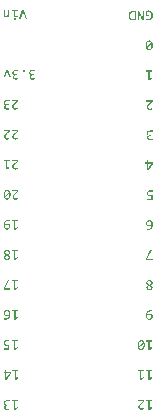
<source format=gto>
%FSLAX23Y23*%
%MOIN*%
G70*
G01*
G75*
G04 Layer_Color=65535*
%ADD10C,0.006*%
%ADD11C,0.060*%
%ADD12C,0.024*%
%ADD13C,0.020*%
%ADD14R,0.039X0.022*%
%ADD15R,0.047X0.008*%
%ADD16C,0.039*%
%ADD17R,0.031X0.035*%
%ADD18R,0.035X0.024*%
%ADD19R,0.035X0.031*%
%ADD20C,0.020*%
%ADD21R,0.047X0.051*%
G36*
X1116Y1931D02*
X1116Y1931D01*
X1117Y1931D01*
X1118Y1931D01*
X1119Y1931D01*
X1120Y1931D01*
X1120Y1931D01*
X1120Y1931D01*
X1120Y1930D01*
X1121Y1930D01*
X1121Y1930D01*
X1122Y1929D01*
X1122Y1929D01*
X1123Y1928D01*
X1123Y1928D01*
X1123Y1928D01*
X1123Y1927D01*
X1124Y1927D01*
X1124Y1926D01*
X1124Y1925D01*
X1125Y1925D01*
X1125Y1924D01*
Y1924D01*
X1125Y1924D01*
Y1923D01*
X1125Y1923D01*
X1125Y1923D01*
X1125Y1922D01*
X1126Y1921D01*
X1126Y1920D01*
X1126Y1919D01*
X1126Y1917D01*
Y1917D01*
Y1917D01*
Y1917D01*
Y1916D01*
X1126Y1916D01*
Y1915D01*
X1126Y1914D01*
X1125Y1913D01*
Y1912D01*
X1125Y1912D01*
X1125Y1912D01*
X1125Y1911D01*
X1125Y1910D01*
X1125Y1910D01*
X1124Y1908D01*
X1124Y1908D01*
X1124Y1908D01*
X1124Y1907D01*
X1124Y1907D01*
X1124Y1906D01*
X1123Y1906D01*
X1122Y1904D01*
X1122Y1904D01*
X1122Y1904D01*
X1122Y1904D01*
X1122Y1903D01*
X1121Y1903D01*
X1121Y1903D01*
X1120Y1902D01*
X1119Y1902D01*
X1119Y1902D01*
X1119Y1901D01*
X1119Y1901D01*
X1118Y1901D01*
X1118Y1901D01*
X1117Y1900D01*
X1116Y1900D01*
X1115Y1900D01*
X1115D01*
X1115Y1900D01*
X1115Y1900D01*
X1114Y1899D01*
X1113Y1899D01*
X1113Y1899D01*
X1112Y1899D01*
X1111Y1899D01*
X1109Y1899D01*
X1106D01*
Y1903D01*
X1110D01*
X1111Y1903D01*
X1111Y1903D01*
X1112Y1903D01*
X1113Y1903D01*
X1114Y1903D01*
X1115Y1903D01*
X1115Y1903D01*
X1115Y1903D01*
X1115Y1904D01*
X1116Y1904D01*
X1116Y1904D01*
X1117Y1905D01*
X1118Y1905D01*
X1118Y1905D01*
X1118Y1905D01*
X1118Y1906D01*
X1119Y1906D01*
X1119Y1906D01*
X1119Y1907D01*
X1120Y1907D01*
X1120Y1908D01*
X1120Y1908D01*
X1120Y1908D01*
X1120Y1909D01*
X1121Y1909D01*
X1121Y1910D01*
X1121Y1910D01*
X1121Y1911D01*
X1121Y1912D01*
X1121Y1912D01*
X1121Y1913D01*
X1121Y1913D01*
X1121Y1913D01*
X1121Y1913D01*
X1120Y1913D01*
X1120Y1913D01*
X1119Y1912D01*
X1118Y1912D01*
X1118Y1912D01*
X1118Y1912D01*
X1117Y1912D01*
X1117Y1912D01*
X1116Y1912D01*
X1116Y1911D01*
X1115Y1911D01*
X1114Y1911D01*
X1113D01*
X1112Y1911D01*
X1112Y1911D01*
X1111Y1911D01*
X1111Y1912D01*
X1110Y1912D01*
X1109Y1912D01*
X1109Y1912D01*
X1109Y1912D01*
X1108Y1912D01*
X1108Y1913D01*
X1108Y1913D01*
X1107Y1913D01*
X1107Y1914D01*
X1106Y1914D01*
X1106Y1914D01*
X1106Y1914D01*
X1106Y1915D01*
X1105Y1915D01*
X1105Y1915D01*
X1105Y1916D01*
X1105Y1916D01*
X1104Y1917D01*
X1104Y1917D01*
X1104Y1917D01*
X1104Y1918D01*
X1104Y1918D01*
X1104Y1919D01*
X1104Y1919D01*
X1104Y1920D01*
Y1921D01*
Y1921D01*
Y1921D01*
X1104Y1922D01*
X1104Y1922D01*
X1104Y1923D01*
X1104Y1924D01*
X1104Y1924D01*
X1104Y1925D01*
X1104Y1925D01*
X1105Y1925D01*
X1105Y1926D01*
X1105Y1926D01*
X1105Y1927D01*
X1106Y1927D01*
X1106Y1928D01*
X1107Y1928D01*
X1107Y1929D01*
X1107Y1929D01*
X1107Y1929D01*
X1108Y1929D01*
X1108Y1930D01*
X1109Y1930D01*
X1109Y1930D01*
X1110Y1931D01*
X1110Y1931D01*
X1111Y1931D01*
X1111Y1931D01*
X1112Y1931D01*
X1112Y1931D01*
X1113Y1931D01*
X1114Y1931D01*
X1115Y1932D01*
X1115D01*
X1116Y1931D01*
D02*
G37*
G36*
X1124Y2228D02*
X1120D01*
X1120Y2228D01*
X1119D01*
X1118Y2228D01*
X1117Y2228D01*
X1116Y2228D01*
X1115Y2227D01*
X1115D01*
X1115Y2227D01*
X1115Y2227D01*
X1115Y2227D01*
X1114Y2227D01*
X1113Y2227D01*
X1113Y2226D01*
X1112Y2226D01*
X1111Y2226D01*
X1111Y2225D01*
X1111Y2225D01*
X1111Y2225D01*
X1111Y2225D01*
X1110Y2224D01*
X1110Y2224D01*
X1109Y2223D01*
X1109Y2223D01*
X1109Y2222D01*
X1109Y2222D01*
X1109Y2222D01*
X1109Y2221D01*
X1109Y2221D01*
X1108Y2220D01*
X1108Y2219D01*
X1108Y2218D01*
X1108Y2217D01*
X1108Y2217D01*
X1108Y2218D01*
X1109Y2218D01*
X1109Y2218D01*
X1110Y2218D01*
X1110Y2218D01*
X1111Y2219D01*
X1112Y2219D01*
X1112D01*
X1112Y2219D01*
X1112Y2219D01*
X1113Y2219D01*
X1114Y2219D01*
X1114Y2219D01*
X1115Y2219D01*
X1116D01*
X1117Y2219D01*
X1117Y2219D01*
X1118Y2219D01*
X1119Y2219D01*
X1120Y2219D01*
X1120Y2219D01*
X1120Y2219D01*
X1121Y2219D01*
X1121Y2218D01*
X1121Y2218D01*
X1122Y2218D01*
X1122Y2218D01*
X1123Y2217D01*
X1123Y2217D01*
X1123Y2217D01*
X1124Y2217D01*
X1124Y2216D01*
X1124Y2216D01*
X1124Y2215D01*
X1125Y2215D01*
X1125Y2214D01*
X1125Y2214D01*
Y2214D01*
X1125Y2213D01*
X1125Y2213D01*
X1125Y2213D01*
X1126Y2212D01*
X1126Y2211D01*
X1126Y2211D01*
X1126Y2210D01*
Y2210D01*
Y2209D01*
X1126Y2209D01*
X1126Y2208D01*
X1126Y2208D01*
X1125Y2207D01*
X1125Y2206D01*
X1125Y2206D01*
X1125Y2206D01*
X1125Y2205D01*
X1125Y2205D01*
X1124Y2205D01*
X1124Y2204D01*
X1124Y2203D01*
X1123Y2203D01*
X1123Y2202D01*
X1123Y2202D01*
X1122Y2202D01*
X1122Y2202D01*
X1122Y2201D01*
X1121Y2201D01*
X1121Y2201D01*
X1120Y2200D01*
X1119Y2200D01*
X1119Y2200D01*
X1119Y2200D01*
X1118Y2200D01*
X1118Y2200D01*
X1117Y2199D01*
X1116Y2199D01*
X1116Y2199D01*
X1115Y2199D01*
X1114D01*
X1114Y2199D01*
X1113Y2199D01*
X1113Y2199D01*
X1112Y2199D01*
X1111Y2200D01*
X1110Y2200D01*
X1110Y2200D01*
X1110Y2200D01*
X1110Y2200D01*
X1109Y2201D01*
X1108Y2201D01*
X1108Y2201D01*
X1107Y2202D01*
X1107Y2203D01*
X1107Y2203D01*
X1107Y2203D01*
X1106Y2203D01*
X1106Y2204D01*
X1106Y2204D01*
X1105Y2205D01*
X1105Y2206D01*
X1104Y2207D01*
Y2207D01*
X1104Y2207D01*
X1104Y2207D01*
X1104Y2208D01*
X1104Y2208D01*
X1104Y2208D01*
X1104Y2209D01*
X1104Y2210D01*
X1104Y2211D01*
X1104Y2212D01*
X1104Y2214D01*
Y2214D01*
Y2214D01*
Y2214D01*
Y2215D01*
X1104Y2215D01*
Y2216D01*
X1104Y2216D01*
X1104Y2217D01*
X1104Y2218D01*
X1104Y2219D01*
X1104Y2221D01*
X1105Y2222D01*
Y2222D01*
X1105Y2222D01*
X1105Y2222D01*
X1105Y2223D01*
X1105Y2223D01*
X1106Y2224D01*
X1106Y2225D01*
X1107Y2226D01*
X1107Y2227D01*
X1108Y2228D01*
X1108Y2228D01*
X1108Y2228D01*
X1109Y2228D01*
X1110Y2229D01*
X1110Y2229D01*
X1111Y2230D01*
X1112Y2230D01*
X1114Y2231D01*
X1114D01*
X1114Y2231D01*
X1114Y2231D01*
X1114Y2231D01*
X1114Y2231D01*
X1115Y2231D01*
X1115Y2231D01*
X1116Y2231D01*
X1117Y2231D01*
X1118Y2232D01*
X1120Y2232D01*
X1121Y2232D01*
X1124D01*
Y2228D01*
D02*
G37*
G36*
X1152Y2228D02*
X1143D01*
Y2204D01*
X1151Y2208D01*
X1152Y2205D01*
X1142Y2199D01*
X1139D01*
Y2228D01*
X1131D01*
Y2232D01*
X1152D01*
Y2228D01*
D02*
G37*
G36*
X1152Y1927D02*
X1144D01*
Y1904D01*
X1152Y1908D01*
X1153Y1904D01*
X1143Y1899D01*
X1139D01*
Y1927D01*
X1132D01*
Y1931D01*
X1152D01*
Y1927D01*
D02*
G37*
G36*
X1123Y2908D02*
X1120D01*
X1119Y2912D01*
X1119Y2912D01*
X1119Y2911D01*
X1119Y2911D01*
X1119Y2911D01*
X1118Y2910D01*
X1117Y2909D01*
X1117Y2909D01*
X1117Y2909D01*
X1117Y2909D01*
X1117Y2909D01*
X1116Y2909D01*
X1115Y2908D01*
X1115D01*
X1115Y2908D01*
X1115Y2908D01*
X1115Y2908D01*
X1114Y2908D01*
X1113Y2907D01*
X1113D01*
X1113Y2907D01*
X1113D01*
X1113Y2907D01*
X1112Y2907D01*
X1111Y2907D01*
X1111D01*
X1111Y2907D01*
X1110D01*
X1110Y2907D01*
X1109Y2907D01*
X1108Y2908D01*
X1107Y2908D01*
X1106Y2909D01*
X1106Y2909D01*
X1105Y2910D01*
X1105Y2910D01*
X1105Y2910D01*
X1105Y2911D01*
X1104Y2912D01*
X1104Y2913D01*
X1104Y2915D01*
X1104Y2916D01*
Y2932D01*
X1108D01*
Y2917D01*
Y2916D01*
Y2916D01*
Y2916D01*
Y2916D01*
X1108Y2916D01*
X1108Y2915D01*
X1108Y2914D01*
X1108Y2914D01*
X1109Y2913D01*
X1109Y2912D01*
X1109Y2912D01*
X1109Y2912D01*
X1109Y2912D01*
X1110Y2912D01*
X1110Y2911D01*
X1111Y2911D01*
X1111Y2911D01*
X1112Y2911D01*
X1112D01*
X1113Y2911D01*
X1113Y2911D01*
X1114Y2911D01*
X1114D01*
X1114Y2911D01*
X1114Y2911D01*
X1115Y2912D01*
X1115Y2912D01*
X1115D01*
X1115Y2912D01*
X1116Y2912D01*
X1116Y2912D01*
X1116Y2913D01*
X1117Y2913D01*
X1117Y2914D01*
X1117Y2914D01*
X1117Y2914D01*
X1118Y2914D01*
X1118Y2915D01*
X1118Y2915D01*
X1119Y2915D01*
X1119Y2916D01*
Y2932D01*
X1123D01*
Y2908D01*
D02*
G37*
G36*
X1151Y1827D02*
X1143D01*
Y1804D01*
X1150Y1808D01*
X1152Y1804D01*
X1142Y1799D01*
X1138D01*
Y1827D01*
X1131D01*
Y1831D01*
X1151D01*
Y1827D01*
D02*
G37*
G36*
X1119Y1831D02*
X1119D01*
X1119Y1831D01*
X1120D01*
X1120Y1831D01*
X1121D01*
X1121Y1831D01*
X1121Y1831D01*
X1122Y1831D01*
X1122D01*
X1122Y1831D01*
X1123D01*
X1123Y1831D01*
Y1827D01*
X1123D01*
X1123Y1827D01*
X1123Y1827D01*
X1122Y1827D01*
X1122Y1827D01*
X1121Y1827D01*
X1121Y1828D01*
X1120Y1828D01*
X1120D01*
X1120Y1828D01*
X1119D01*
X1118Y1828D01*
X1116D01*
X1115Y1828D01*
X1115Y1828D01*
X1114Y1828D01*
X1113Y1827D01*
X1113D01*
X1113Y1827D01*
X1113Y1827D01*
X1112Y1827D01*
X1111Y1827D01*
X1111Y1826D01*
X1110Y1826D01*
X1110Y1826D01*
X1110Y1826D01*
X1110Y1825D01*
X1110Y1825D01*
X1109Y1825D01*
X1109Y1824D01*
X1109Y1824D01*
X1109Y1824D01*
X1109Y1823D01*
X1108Y1823D01*
X1108Y1823D01*
X1108Y1822D01*
X1108Y1822D01*
Y1821D01*
Y1821D01*
Y1821D01*
Y1821D01*
X1108Y1821D01*
X1108Y1820D01*
X1108Y1819D01*
X1109Y1819D01*
X1109Y1818D01*
X1110Y1817D01*
X1110Y1817D01*
X1110Y1817D01*
X1111Y1816D01*
X1111Y1816D01*
X1112Y1816D01*
X1113Y1816D01*
X1114Y1815D01*
X1115Y1815D01*
X1117Y1815D01*
X1123D01*
Y1799D01*
X1105D01*
Y1803D01*
X1119D01*
Y1812D01*
X1115D01*
X1114Y1812D01*
X1114Y1812D01*
X1113Y1812D01*
X1111Y1812D01*
X1111D01*
X1111Y1812D01*
X1111Y1812D01*
X1110Y1812D01*
X1109Y1813D01*
X1109Y1813D01*
X1108Y1813D01*
X1107Y1814D01*
X1107Y1814D01*
X1107Y1814D01*
X1107Y1814D01*
X1106Y1814D01*
X1106Y1815D01*
X1106Y1815D01*
X1105Y1816D01*
X1105Y1816D01*
X1105Y1816D01*
X1105Y1817D01*
X1104Y1817D01*
X1104Y1818D01*
X1104Y1818D01*
X1104Y1819D01*
X1104Y1820D01*
X1104Y1821D01*
Y1821D01*
Y1821D01*
X1104Y1822D01*
X1104Y1822D01*
X1104Y1823D01*
X1104Y1824D01*
X1104Y1824D01*
X1105Y1825D01*
X1105Y1825D01*
X1105Y1825D01*
X1105Y1826D01*
X1105Y1826D01*
X1106Y1827D01*
X1106Y1827D01*
X1107Y1828D01*
X1108Y1828D01*
X1108Y1829D01*
X1108Y1829D01*
X1108Y1829D01*
X1109Y1829D01*
X1109Y1830D01*
X1110Y1830D01*
X1111Y1830D01*
X1112Y1831D01*
X1112Y1831D01*
X1112Y1831D01*
X1113Y1831D01*
X1113Y1831D01*
X1114Y1831D01*
X1115Y1831D01*
X1116Y1831D01*
X1117Y1831D01*
X1118D01*
X1119Y1831D01*
D02*
G37*
G36*
X1128Y2707D02*
X1123D01*
X1117Y2723D01*
X1116Y2727D01*
X1114Y2723D01*
X1108Y2707D01*
X1104D01*
X1113Y2732D01*
X1118D01*
X1128Y2707D01*
D02*
G37*
G36*
X1172Y2732D02*
X1172Y2732D01*
X1173Y2732D01*
X1173D01*
X1173Y2732D01*
X1173Y2732D01*
X1174Y2731D01*
X1174Y2731D01*
X1174Y2731D01*
X1174Y2731D01*
X1175Y2730D01*
X1175Y2730D01*
Y2730D01*
X1175Y2730D01*
X1175Y2729D01*
Y2729D01*
X1175Y2729D01*
X1175Y2728D01*
Y2728D01*
Y2728D01*
Y2728D01*
X1175Y2728D01*
X1175Y2727D01*
X1175Y2726D01*
Y2726D01*
X1175Y2726D01*
X1175Y2726D01*
X1175Y2726D01*
X1174Y2725D01*
Y2725D01*
X1174Y2725D01*
X1174Y2725D01*
X1173Y2725D01*
X1173Y2724D01*
X1173D01*
X1173Y2724D01*
X1173Y2724D01*
X1172Y2724D01*
X1172Y2724D01*
X1171Y2724D01*
X1171D01*
X1171Y2724D01*
X1170Y2724D01*
X1170Y2724D01*
X1170D01*
X1170Y2724D01*
X1169Y2724D01*
X1169Y2725D01*
X1168Y2725D01*
X1168Y2725D01*
X1168Y2726D01*
X1168Y2726D01*
X1167Y2726D01*
Y2727D01*
X1167Y2727D01*
X1167Y2727D01*
X1167Y2727D01*
X1167Y2728D01*
Y2728D01*
Y2728D01*
Y2728D01*
X1167Y2729D01*
X1167Y2729D01*
X1167Y2730D01*
Y2730D01*
X1168Y2730D01*
X1168Y2730D01*
X1168Y2731D01*
X1168Y2731D01*
X1168Y2731D01*
X1169Y2731D01*
X1169Y2732D01*
X1170Y2732D01*
X1170D01*
X1170Y2732D01*
X1170Y2732D01*
X1170Y2732D01*
X1171Y2732D01*
X1171Y2732D01*
X1172D01*
X1172Y2732D01*
D02*
G37*
G36*
X1149D02*
X1149D01*
X1150Y2732D01*
X1151D01*
X1151Y2732D01*
X1151D01*
X1152Y2732D01*
X1152Y2732D01*
X1153Y2732D01*
Y2728D01*
X1153D01*
X1153Y2728D01*
X1153Y2728D01*
X1152Y2728D01*
X1152Y2728D01*
X1151Y2728D01*
X1150Y2728D01*
X1150D01*
X1149Y2728D01*
X1148D01*
X1148Y2728D01*
X1146D01*
X1145Y2728D01*
X1144Y2728D01*
X1144Y2728D01*
X1143Y2728D01*
X1142Y2728D01*
X1142D01*
X1142Y2728D01*
X1142Y2728D01*
X1141Y2728D01*
X1140Y2727D01*
X1140Y2727D01*
X1140Y2727D01*
X1140Y2727D01*
X1139Y2727D01*
X1139Y2726D01*
X1139Y2726D01*
X1138Y2726D01*
X1138Y2725D01*
X1138Y2725D01*
Y2725D01*
X1138Y2725D01*
X1138Y2724D01*
X1138Y2724D01*
X1138Y2724D01*
X1138Y2723D01*
X1137Y2722D01*
Y2722D01*
Y2722D01*
X1137Y2722D01*
Y2721D01*
X1138Y2721D01*
X1138Y2720D01*
X1138Y2720D01*
Y2720D01*
X1138Y2720D01*
X1138Y2720D01*
X1138Y2719D01*
X1139Y2719D01*
X1140Y2718D01*
X1140Y2718D01*
X1140Y2718D01*
X1140Y2718D01*
X1140Y2718D01*
X1141Y2718D01*
X1141Y2718D01*
X1142Y2717D01*
X1142Y2717D01*
X1142D01*
X1143Y2717D01*
X1143Y2717D01*
X1143Y2717D01*
X1144Y2717D01*
X1144Y2717D01*
X1146Y2717D01*
X1149D01*
Y2713D01*
X1145D01*
X1145Y2713D01*
X1144Y2713D01*
X1144Y2713D01*
X1143Y2713D01*
X1143D01*
X1143Y2713D01*
X1142Y2713D01*
X1142Y2713D01*
X1141Y2712D01*
X1141Y2712D01*
X1141Y2712D01*
X1141Y2712D01*
X1140Y2712D01*
X1140Y2711D01*
X1140Y2711D01*
X1139Y2710D01*
Y2710D01*
X1139Y2710D01*
X1139Y2710D01*
X1139Y2709D01*
X1139Y2709D01*
X1139Y2709D01*
X1139Y2708D01*
Y2708D01*
Y2708D01*
Y2707D01*
X1139Y2707D01*
X1139Y2706D01*
X1139Y2706D01*
X1140Y2705D01*
X1140Y2704D01*
X1141Y2704D01*
X1141Y2704D01*
X1141Y2704D01*
X1141Y2704D01*
X1142Y2703D01*
X1142Y2703D01*
X1143Y2703D01*
X1144Y2703D01*
X1145Y2703D01*
X1146D01*
X1146Y2703D01*
X1147D01*
X1147Y2703D01*
X1149Y2703D01*
X1149D01*
X1149Y2703D01*
X1149Y2703D01*
X1150Y2703D01*
X1150Y2704D01*
X1151Y2704D01*
X1152Y2704D01*
X1152Y2704D01*
Y2700D01*
X1152D01*
X1152Y2700D01*
X1152Y2700D01*
X1152Y2700D01*
X1151Y2700D01*
X1150Y2700D01*
X1150D01*
X1150Y2700D01*
X1150D01*
X1150Y2700D01*
X1149Y2700D01*
X1149Y2699D01*
X1149D01*
X1148Y2699D01*
X1148D01*
X1148Y2699D01*
X1147Y2699D01*
X1147Y2699D01*
X1147D01*
X1146Y2699D01*
X1146D01*
X1146Y2699D01*
X1144D01*
X1144Y2699D01*
X1143D01*
X1143Y2699D01*
X1142Y2699D01*
X1141Y2699D01*
X1140Y2700D01*
X1140D01*
X1140Y2700D01*
X1140Y2700D01*
X1139Y2700D01*
X1139Y2700D01*
X1138Y2701D01*
X1138Y2701D01*
X1137Y2701D01*
X1137Y2701D01*
X1137Y2701D01*
X1137Y2702D01*
X1136Y2702D01*
X1136Y2702D01*
X1136Y2703D01*
X1135Y2703D01*
X1135Y2704D01*
X1135Y2704D01*
X1135Y2704D01*
X1135Y2704D01*
X1135Y2705D01*
X1135Y2705D01*
X1135Y2706D01*
X1135Y2706D01*
X1134Y2707D01*
Y2707D01*
Y2707D01*
Y2708D01*
X1135Y2708D01*
X1135Y2709D01*
X1135Y2709D01*
X1135Y2710D01*
X1135Y2711D01*
X1136Y2712D01*
X1136Y2712D01*
X1136Y2712D01*
X1136Y2712D01*
X1137Y2713D01*
X1137Y2713D01*
X1138Y2714D01*
X1139Y2714D01*
X1140Y2715D01*
X1140D01*
X1140Y2715D01*
X1139Y2715D01*
X1139Y2715D01*
X1139Y2715D01*
X1138Y2715D01*
X1137Y2716D01*
X1137D01*
X1137Y2716D01*
X1137Y2716D01*
X1137Y2716D01*
X1136Y2716D01*
X1135Y2717D01*
X1135Y2717D01*
X1135Y2717D01*
X1135Y2717D01*
X1135Y2718D01*
X1134Y2718D01*
X1134Y2718D01*
X1134Y2719D01*
X1134Y2719D01*
X1133Y2719D01*
X1133Y2720D01*
X1133Y2720D01*
X1133Y2720D01*
X1133Y2721D01*
X1133Y2721D01*
Y2722D01*
Y2722D01*
Y2722D01*
X1133Y2723D01*
X1133Y2723D01*
X1133Y2724D01*
X1133Y2725D01*
X1134Y2725D01*
X1134Y2726D01*
X1134Y2726D01*
X1134Y2726D01*
X1134Y2727D01*
X1134Y2727D01*
X1135Y2728D01*
X1135Y2728D01*
X1136Y2729D01*
X1136Y2729D01*
X1136Y2729D01*
X1137Y2729D01*
X1137Y2730D01*
X1138Y2730D01*
X1138Y2730D01*
X1139Y2731D01*
X1140Y2731D01*
X1141Y2731D01*
X1141D01*
X1141Y2731D01*
X1141D01*
X1141Y2731D01*
X1142Y2732D01*
X1143Y2732D01*
X1143Y2732D01*
X1144Y2732D01*
X1146Y2732D01*
X1147Y2732D01*
X1148D01*
X1149Y2732D01*
D02*
G37*
G36*
X1119Y2632D02*
X1120D01*
X1121Y2632D01*
X1121D01*
X1121Y2632D01*
X1122D01*
X1122Y2632D01*
X1123Y2632D01*
X1124Y2632D01*
Y2628D01*
X1124D01*
X1123Y2628D01*
X1123Y2628D01*
X1123Y2628D01*
X1122Y2628D01*
X1122Y2628D01*
X1121Y2628D01*
X1120D01*
X1120Y2628D01*
X1119D01*
X1118Y2628D01*
X1116D01*
X1116Y2628D01*
X1115Y2628D01*
X1114Y2628D01*
X1114Y2628D01*
X1113Y2628D01*
X1113D01*
X1113Y2628D01*
X1112Y2628D01*
X1112Y2628D01*
X1111Y2627D01*
X1111Y2627D01*
X1110Y2627D01*
X1110Y2627D01*
X1110Y2627D01*
X1110Y2626D01*
X1110Y2626D01*
X1109Y2625D01*
X1109Y2625D01*
X1109Y2625D01*
Y2625D01*
X1108Y2625D01*
X1108Y2624D01*
X1108Y2624D01*
X1108Y2624D01*
X1108Y2623D01*
X1108Y2622D01*
Y2622D01*
Y2622D01*
X1108Y2622D01*
Y2621D01*
X1108Y2621D01*
X1108Y2620D01*
X1109Y2620D01*
Y2620D01*
X1109Y2620D01*
X1109Y2619D01*
X1109Y2619D01*
X1110Y2619D01*
X1110Y2618D01*
X1110Y2618D01*
X1111Y2618D01*
X1111Y2618D01*
X1111Y2618D01*
X1111Y2618D01*
X1112Y2617D01*
X1112Y2617D01*
X1113Y2617D01*
X1113D01*
X1113Y2617D01*
X1113Y2617D01*
X1114Y2617D01*
X1114Y2617D01*
X1115Y2617D01*
X1116Y2617D01*
X1120D01*
Y2613D01*
X1116D01*
X1115Y2613D01*
X1115Y2613D01*
X1114Y2613D01*
X1113Y2613D01*
X1113D01*
X1113Y2613D01*
X1113Y2613D01*
X1113Y2613D01*
X1112Y2612D01*
X1111Y2612D01*
X1111Y2612D01*
X1111Y2612D01*
X1111Y2612D01*
X1111Y2611D01*
X1110Y2611D01*
X1110Y2610D01*
Y2610D01*
X1110Y2610D01*
X1110Y2610D01*
X1110Y2609D01*
X1110Y2609D01*
X1110Y2609D01*
X1110Y2608D01*
Y2608D01*
Y2608D01*
Y2607D01*
X1110Y2607D01*
X1110Y2606D01*
X1110Y2606D01*
X1110Y2605D01*
X1111Y2604D01*
X1111Y2604D01*
X1111Y2604D01*
X1111Y2604D01*
X1112Y2604D01*
X1112Y2603D01*
X1113Y2603D01*
X1114Y2603D01*
X1115Y2603D01*
X1116Y2603D01*
X1116D01*
X1117Y2603D01*
X1117D01*
X1118Y2603D01*
X1119Y2603D01*
X1119D01*
X1119Y2603D01*
X1120Y2603D01*
X1120Y2603D01*
X1121Y2603D01*
X1121Y2604D01*
X1122Y2604D01*
X1123Y2604D01*
Y2600D01*
X1123D01*
X1123Y2600D01*
X1123Y2600D01*
X1122Y2600D01*
X1122Y2600D01*
X1121Y2600D01*
X1121D01*
X1121Y2600D01*
X1121D01*
X1121Y2600D01*
X1120Y2599D01*
X1119Y2599D01*
X1119D01*
X1119Y2599D01*
X1119D01*
X1119Y2599D01*
X1118Y2599D01*
X1117Y2599D01*
X1117D01*
X1117Y2599D01*
X1117D01*
X1116Y2599D01*
X1115D01*
X1115Y2599D01*
X1114D01*
X1113Y2599D01*
X1113Y2599D01*
X1112Y2599D01*
X1111Y2600D01*
X1111D01*
X1111Y2600D01*
X1110Y2600D01*
X1110Y2600D01*
X1109Y2600D01*
X1109Y2600D01*
X1108Y2601D01*
X1108Y2601D01*
X1108Y2601D01*
X1108Y2601D01*
X1107Y2602D01*
X1107Y2602D01*
X1107Y2602D01*
X1106Y2603D01*
X1106Y2603D01*
X1106Y2604D01*
X1106Y2604D01*
X1106Y2604D01*
X1106Y2604D01*
X1105Y2605D01*
X1105Y2605D01*
X1105Y2606D01*
X1105Y2606D01*
X1105Y2607D01*
Y2607D01*
Y2607D01*
Y2607D01*
X1105Y2608D01*
X1105Y2609D01*
X1105Y2609D01*
X1106Y2610D01*
X1106Y2611D01*
X1107Y2612D01*
X1107Y2612D01*
X1107Y2612D01*
X1107Y2612D01*
X1108Y2613D01*
X1108Y2613D01*
X1109Y2614D01*
X1110Y2614D01*
X1110Y2615D01*
X1110D01*
X1110Y2615D01*
X1110Y2615D01*
X1110Y2615D01*
X1109Y2615D01*
X1109Y2615D01*
X1108Y2615D01*
X1108D01*
X1108Y2616D01*
X1108Y2616D01*
X1107Y2616D01*
X1107Y2616D01*
X1106Y2617D01*
X1106Y2617D01*
X1106Y2617D01*
X1105Y2617D01*
X1105Y2618D01*
X1105Y2618D01*
X1105Y2618D01*
X1104Y2619D01*
X1104Y2619D01*
X1104Y2619D01*
X1104Y2620D01*
X1104Y2620D01*
X1104Y2620D01*
X1104Y2621D01*
X1104Y2621D01*
Y2622D01*
Y2622D01*
Y2622D01*
X1104Y2623D01*
X1104Y2623D01*
X1104Y2624D01*
X1104Y2624D01*
X1104Y2625D01*
X1104Y2626D01*
X1105Y2626D01*
X1105Y2626D01*
X1105Y2627D01*
X1105Y2627D01*
X1105Y2627D01*
X1106Y2628D01*
X1106Y2629D01*
X1107Y2629D01*
X1107Y2629D01*
X1107Y2629D01*
X1108Y2630D01*
X1108Y2630D01*
X1109Y2630D01*
X1110Y2631D01*
X1110Y2631D01*
X1111Y2631D01*
X1111D01*
X1111Y2631D01*
X1112D01*
X1112Y2631D01*
X1112Y2631D01*
X1113Y2632D01*
X1114Y2632D01*
X1115Y2632D01*
X1116Y2632D01*
X1117Y2632D01*
X1119D01*
X1119Y2632D01*
D02*
G37*
G36*
X1116Y2332D02*
X1117Y2332D01*
X1118Y2332D01*
X1119Y2331D01*
X1119Y2331D01*
X1120Y2331D01*
X1120Y2331D01*
X1121Y2331D01*
X1121Y2330D01*
X1121Y2330D01*
X1122Y2330D01*
X1123Y2329D01*
X1123Y2329D01*
X1124Y2328D01*
X1124Y2328D01*
X1124Y2327D01*
X1124Y2327D01*
X1125Y2326D01*
X1125Y2326D01*
X1125Y2325D01*
X1126Y2324D01*
X1126Y2323D01*
Y2323D01*
X1126Y2323D01*
Y2322D01*
X1126Y2322D01*
X1126Y2322D01*
X1126Y2322D01*
X1126Y2321D01*
X1127Y2321D01*
X1127Y2320D01*
X1127Y2318D01*
X1127Y2317D01*
X1127Y2315D01*
Y2315D01*
Y2315D01*
Y2315D01*
Y2315D01*
Y2314D01*
X1127Y2314D01*
X1127Y2313D01*
X1127Y2312D01*
X1127Y2311D01*
X1126Y2310D01*
X1126Y2309D01*
Y2309D01*
X1126Y2308D01*
X1126Y2308D01*
X1126Y2308D01*
X1126Y2308D01*
X1126Y2307D01*
X1125Y2306D01*
X1125Y2305D01*
X1124Y2304D01*
X1124Y2303D01*
X1124Y2303D01*
X1124Y2303D01*
X1123Y2303D01*
X1123Y2302D01*
X1122Y2302D01*
X1122Y2301D01*
X1121Y2300D01*
X1120Y2300D01*
X1120Y2300D01*
X1120Y2300D01*
X1119Y2300D01*
X1119Y2299D01*
X1118Y2299D01*
X1117Y2299D01*
X1116Y2299D01*
X1115Y2299D01*
X1115D01*
X1114Y2299D01*
X1113Y2299D01*
X1113Y2299D01*
X1112Y2299D01*
X1111Y2299D01*
X1110Y2300D01*
X1110Y2300D01*
X1110Y2300D01*
X1110Y2300D01*
X1109Y2301D01*
X1109Y2301D01*
X1108Y2301D01*
X1107Y2302D01*
X1107Y2303D01*
X1107Y2303D01*
X1106Y2303D01*
X1106Y2304D01*
X1106Y2304D01*
X1105Y2305D01*
X1105Y2306D01*
X1105Y2307D01*
X1104Y2308D01*
Y2308D01*
X1104Y2308D01*
Y2308D01*
X1104Y2308D01*
X1104Y2309D01*
X1104Y2309D01*
X1104Y2310D01*
X1104Y2310D01*
X1104Y2311D01*
X1104Y2312D01*
X1104Y2314D01*
X1104Y2315D01*
Y2315D01*
Y2315D01*
Y2316D01*
Y2316D01*
Y2316D01*
X1104Y2317D01*
X1104Y2318D01*
X1104Y2319D01*
X1104Y2320D01*
X1104Y2321D01*
X1104Y2322D01*
Y2322D01*
X1104Y2322D01*
Y2322D01*
X1104Y2323D01*
X1105Y2323D01*
X1105Y2324D01*
X1105Y2325D01*
X1106Y2326D01*
X1106Y2326D01*
X1107Y2327D01*
X1107Y2327D01*
X1107Y2328D01*
X1107Y2328D01*
X1108Y2329D01*
X1108Y2329D01*
X1109Y2330D01*
X1109Y2330D01*
X1110Y2331D01*
X1110Y2331D01*
X1111Y2331D01*
X1111Y2331D01*
X1112Y2331D01*
X1113Y2331D01*
X1113Y2332D01*
X1114Y2332D01*
X1115Y2332D01*
X1116D01*
X1116Y2332D01*
D02*
G37*
G36*
X1153Y2328D02*
X1145Y2319D01*
X1145Y2319D01*
X1145Y2319D01*
X1144Y2319D01*
X1144Y2318D01*
X1143Y2318D01*
X1143Y2317D01*
X1142Y2316D01*
X1142Y2316D01*
X1142Y2316D01*
X1141Y2316D01*
X1141Y2315D01*
X1141Y2315D01*
X1141Y2315D01*
X1140Y2314D01*
X1140Y2313D01*
X1140Y2313D01*
X1140Y2313D01*
X1139Y2313D01*
X1139Y2312D01*
X1139Y2312D01*
X1139Y2311D01*
Y2311D01*
X1139Y2311D01*
X1139Y2310D01*
X1138Y2310D01*
Y2310D01*
X1138Y2309D01*
X1138Y2308D01*
Y2308D01*
Y2308D01*
Y2308D01*
X1138Y2308D01*
X1138Y2307D01*
X1139Y2306D01*
Y2306D01*
X1139Y2306D01*
X1139Y2306D01*
X1139Y2306D01*
X1139Y2305D01*
X1140Y2304D01*
X1140Y2304D01*
X1140Y2304D01*
X1140Y2304D01*
X1140Y2304D01*
X1141Y2303D01*
X1141Y2303D01*
X1141D01*
X1142Y2303D01*
X1142Y2303D01*
X1142Y2303D01*
X1143Y2303D01*
X1143Y2303D01*
X1143Y2303D01*
X1144D01*
X1145Y2303D01*
X1145Y2303D01*
X1146Y2303D01*
X1146Y2303D01*
X1147Y2303D01*
X1148Y2303D01*
X1148Y2304D01*
X1148Y2304D01*
X1148Y2304D01*
X1149Y2304D01*
X1149Y2304D01*
X1150Y2305D01*
X1150Y2305D01*
X1151Y2306D01*
X1153Y2303D01*
X1153Y2303D01*
X1153Y2303D01*
X1152Y2302D01*
X1152Y2302D01*
X1151Y2301D01*
X1151Y2301D01*
X1150Y2300D01*
X1149Y2300D01*
X1149D01*
X1149Y2300D01*
X1148Y2300D01*
X1148Y2300D01*
X1147Y2299D01*
X1146Y2299D01*
X1146Y2299D01*
X1145Y2299D01*
X1143Y2299D01*
X1143D01*
X1143Y2299D01*
X1142D01*
X1141Y2299D01*
X1141Y2299D01*
X1140Y2299D01*
X1139Y2299D01*
X1139Y2299D01*
X1139Y2300D01*
X1139Y2300D01*
X1138Y2300D01*
X1138Y2300D01*
X1137Y2300D01*
X1136Y2301D01*
X1136Y2301D01*
X1136Y2302D01*
X1136Y2302D01*
X1136Y2302D01*
X1135Y2303D01*
X1135Y2303D01*
X1135Y2304D01*
X1134Y2304D01*
X1134Y2304D01*
X1134Y2305D01*
X1134Y2305D01*
X1134Y2305D01*
X1134Y2306D01*
X1134Y2307D01*
X1134Y2307D01*
X1134Y2308D01*
Y2308D01*
Y2308D01*
Y2309D01*
X1134Y2309D01*
X1134Y2310D01*
X1134Y2310D01*
X1134Y2312D01*
Y2312D01*
X1134Y2312D01*
X1134Y2312D01*
X1135Y2313D01*
X1135Y2313D01*
X1135Y2314D01*
X1136Y2315D01*
X1136Y2315D01*
X1136Y2315D01*
X1136Y2315D01*
X1136Y2316D01*
X1137Y2316D01*
X1137Y2317D01*
X1138Y2317D01*
X1138Y2318D01*
X1138Y2318D01*
X1139Y2318D01*
X1139Y2319D01*
X1139Y2319D01*
X1140Y2320D01*
X1140Y2320D01*
X1141Y2321D01*
X1142Y2322D01*
X1148Y2327D01*
X1132D01*
Y2331D01*
X1153D01*
Y2328D01*
D02*
G37*
G36*
X1152Y2628D02*
X1144Y2620D01*
X1143Y2619D01*
X1143Y2619D01*
X1143Y2619D01*
X1142Y2618D01*
X1142Y2618D01*
X1141Y2617D01*
X1141Y2617D01*
X1140Y2616D01*
X1140Y2616D01*
X1140Y2616D01*
X1140Y2615D01*
X1140Y2615D01*
X1139Y2615D01*
X1139Y2614D01*
X1138Y2613D01*
X1138Y2613D01*
X1138Y2613D01*
X1138Y2613D01*
X1138Y2613D01*
X1138Y2612D01*
X1137Y2611D01*
Y2611D01*
X1137Y2611D01*
X1137Y2611D01*
X1137Y2610D01*
Y2610D01*
X1137Y2610D01*
X1137Y2609D01*
Y2609D01*
Y2609D01*
Y2608D01*
X1137Y2608D01*
X1137Y2607D01*
X1137Y2606D01*
Y2606D01*
X1137Y2606D01*
X1137Y2606D01*
X1138Y2606D01*
X1138Y2605D01*
X1138Y2605D01*
X1138Y2605D01*
X1138Y2604D01*
X1139Y2604D01*
X1139Y2604D01*
X1139Y2604D01*
X1140Y2603D01*
X1140D01*
X1140Y2603D01*
X1140Y2603D01*
X1141Y2603D01*
X1141Y2603D01*
X1142Y2603D01*
X1142Y2603D01*
X1143D01*
X1143Y2603D01*
X1144Y2603D01*
X1144Y2603D01*
X1145Y2603D01*
X1146Y2603D01*
X1146Y2604D01*
X1146Y2604D01*
X1147Y2604D01*
X1147Y2604D01*
X1147Y2604D01*
X1148Y2605D01*
X1148Y2605D01*
X1149Y2606D01*
X1149Y2606D01*
X1152Y2603D01*
X1152Y2603D01*
X1151Y2603D01*
X1151Y2603D01*
X1151Y2602D01*
X1150Y2602D01*
X1149Y2601D01*
X1148Y2601D01*
X1148Y2600D01*
X1148D01*
X1147Y2600D01*
X1147Y2600D01*
X1147Y2600D01*
X1146Y2600D01*
X1145Y2599D01*
X1144Y2599D01*
X1143Y2599D01*
X1142Y2599D01*
X1142D01*
X1141Y2599D01*
X1141D01*
X1140Y2599D01*
X1140Y2599D01*
X1139Y2599D01*
X1138Y2600D01*
X1138Y2600D01*
X1138Y2600D01*
X1138Y2600D01*
X1137Y2600D01*
X1137Y2600D01*
X1136Y2601D01*
X1135Y2602D01*
X1135Y2602D01*
X1135Y2602D01*
X1135Y2602D01*
X1134Y2602D01*
X1134Y2603D01*
X1134Y2603D01*
X1133Y2604D01*
X1133Y2604D01*
X1133Y2605D01*
X1133Y2605D01*
X1133Y2605D01*
X1133Y2606D01*
X1133Y2606D01*
X1133Y2607D01*
X1132Y2608D01*
X1132Y2608D01*
Y2608D01*
Y2609D01*
Y2609D01*
X1132Y2610D01*
X1133Y2610D01*
X1133Y2611D01*
X1133Y2612D01*
Y2612D01*
X1133Y2612D01*
X1133Y2612D01*
X1133Y2613D01*
X1133Y2613D01*
X1134Y2614D01*
X1134Y2615D01*
X1134Y2615D01*
X1135Y2615D01*
X1135Y2616D01*
X1135Y2616D01*
X1135Y2616D01*
X1136Y2617D01*
X1136Y2618D01*
X1137Y2618D01*
X1137Y2618D01*
X1137Y2618D01*
X1138Y2619D01*
X1138Y2619D01*
X1138Y2620D01*
X1139Y2620D01*
X1140Y2621D01*
X1140Y2622D01*
X1146Y2628D01*
X1131D01*
Y2632D01*
X1152D01*
Y2628D01*
D02*
G37*
G36*
X1151Y2929D02*
X1143D01*
Y2911D01*
X1150D01*
Y2908D01*
X1138D01*
Y2929D01*
X1131D01*
Y2932D01*
X1151D01*
Y2929D01*
D02*
G37*
G36*
X1116Y2132D02*
X1116D01*
X1117Y2132D01*
X1118Y2131D01*
X1119Y2131D01*
X1119Y2131D01*
X1119Y2131D01*
X1120Y2131D01*
X1120Y2131D01*
X1121Y2131D01*
X1121Y2130D01*
X1122Y2130D01*
X1122Y2130D01*
X1123Y2129D01*
X1123Y2129D01*
X1123Y2129D01*
X1123Y2129D01*
X1124Y2129D01*
X1124Y2128D01*
X1124Y2128D01*
X1124Y2127D01*
X1125Y2127D01*
Y2127D01*
X1125Y2127D01*
X1125Y2126D01*
X1125Y2126D01*
X1125Y2126D01*
X1125Y2125D01*
X1125Y2124D01*
X1125Y2124D01*
Y2124D01*
Y2124D01*
Y2123D01*
X1125Y2123D01*
X1125Y2123D01*
X1125Y2122D01*
X1125Y2121D01*
X1125Y2120D01*
X1124Y2119D01*
X1124Y2119D01*
X1124Y2119D01*
X1123Y2118D01*
X1123Y2118D01*
X1123Y2117D01*
X1122Y2117D01*
X1121Y2116D01*
X1120Y2115D01*
X1119Y2115D01*
X1119D01*
X1119Y2115D01*
X1119Y2115D01*
X1119Y2114D01*
X1120Y2114D01*
X1120Y2114D01*
X1121Y2113D01*
X1122Y2113D01*
X1123Y2112D01*
X1123Y2111D01*
X1123Y2111D01*
X1124Y2111D01*
X1124Y2110D01*
X1124Y2110D01*
X1124Y2109D01*
X1124Y2108D01*
X1125Y2108D01*
X1125Y2107D01*
Y2107D01*
Y2106D01*
X1125Y2106D01*
Y2106D01*
X1125Y2105D01*
X1124Y2105D01*
X1124Y2104D01*
X1124Y2104D01*
X1124Y2104D01*
X1124Y2103D01*
X1124Y2103D01*
X1124Y2103D01*
X1123Y2102D01*
X1123Y2102D01*
X1123Y2102D01*
X1122Y2101D01*
X1122Y2101D01*
X1122Y2101D01*
X1122Y2101D01*
X1121Y2100D01*
X1121Y2100D01*
X1120Y2100D01*
X1120Y2100D01*
X1119Y2099D01*
X1119Y2099D01*
X1119Y2099D01*
X1118Y2099D01*
X1118Y2099D01*
X1117Y2099D01*
X1116Y2099D01*
X1115Y2099D01*
X1114Y2099D01*
X1114D01*
X1113Y2099D01*
X1112Y2099D01*
X1111Y2099D01*
X1111Y2099D01*
X1110Y2099D01*
X1110D01*
X1110Y2099D01*
X1109Y2099D01*
X1109Y2100D01*
X1108Y2100D01*
X1108Y2100D01*
X1107Y2100D01*
X1107Y2101D01*
X1107Y2101D01*
X1107Y2101D01*
X1106Y2101D01*
X1106Y2101D01*
X1106Y2102D01*
X1106Y2102D01*
X1105Y2103D01*
X1105Y2103D01*
X1105Y2103D01*
X1105Y2103D01*
X1105Y2104D01*
X1105Y2104D01*
X1105Y2104D01*
X1104Y2105D01*
X1104Y2106D01*
Y2106D01*
Y2106D01*
Y2106D01*
Y2106D01*
Y2107D01*
X1104Y2107D01*
X1105Y2108D01*
X1105Y2109D01*
X1105Y2109D01*
X1105Y2110D01*
X1106Y2111D01*
X1106Y2111D01*
X1106Y2111D01*
X1107Y2112D01*
X1107Y2112D01*
X1108Y2113D01*
X1108Y2113D01*
X1109Y2114D01*
X1110Y2114D01*
X1110Y2114D01*
X1110Y2115D01*
X1110Y2115D01*
X1109Y2115D01*
X1109Y2115D01*
X1109Y2115D01*
X1108Y2116D01*
X1108Y2116D01*
X1107Y2116D01*
X1107Y2116D01*
X1107Y2117D01*
X1106Y2117D01*
X1106Y2118D01*
X1105Y2118D01*
X1105Y2118D01*
X1105Y2118D01*
X1105Y2119D01*
X1105Y2119D01*
X1105Y2119D01*
X1104Y2120D01*
Y2120D01*
X1104Y2120D01*
X1104Y2121D01*
X1104Y2121D01*
X1104Y2122D01*
X1104Y2122D01*
X1104Y2123D01*
Y2123D01*
Y2123D01*
X1104Y2124D01*
X1104Y2124D01*
X1104Y2125D01*
X1104Y2126D01*
X1104Y2126D01*
X1104Y2127D01*
X1105Y2127D01*
X1105Y2127D01*
X1105Y2127D01*
X1105Y2128D01*
X1105Y2128D01*
X1106Y2129D01*
X1106Y2129D01*
X1107Y2129D01*
X1107Y2130D01*
X1107Y2130D01*
X1107Y2130D01*
X1108Y2130D01*
X1108Y2130D01*
X1109Y2131D01*
X1110Y2131D01*
X1110Y2131D01*
X1110D01*
X1111Y2131D01*
X1111Y2131D01*
X1112Y2131D01*
X1112Y2131D01*
X1113Y2132D01*
X1114Y2132D01*
X1115D01*
X1116Y2132D01*
D02*
G37*
G36*
X1152Y2127D02*
X1143D01*
Y2104D01*
X1151Y2108D01*
X1153Y2104D01*
X1143Y2099D01*
X1139D01*
Y2127D01*
X1132D01*
Y2131D01*
X1152D01*
Y2127D01*
D02*
G37*
G36*
X1152Y2028D02*
X1143D01*
Y2004D01*
X1151Y2008D01*
X1152Y2005D01*
X1142Y1999D01*
X1139D01*
Y2028D01*
X1131D01*
Y2032D01*
X1152D01*
Y2028D01*
D02*
G37*
G36*
X1113Y1724D02*
X1129D01*
Y1720D01*
X1115Y1699D01*
X1109D01*
Y1720D01*
X1104D01*
Y1724D01*
X1109D01*
Y1731D01*
X1113D01*
Y1724D01*
D02*
G37*
G36*
X1151Y1627D02*
X1143D01*
Y1603D01*
X1151Y1608D01*
X1152Y1604D01*
X1142Y1599D01*
X1138D01*
Y1627D01*
X1131D01*
Y1631D01*
X1151D01*
Y1627D01*
D02*
G37*
G36*
X1119Y1631D02*
X1120D01*
X1121Y1631D01*
X1121D01*
X1121Y1631D01*
X1122D01*
X1122Y1631D01*
X1123Y1631D01*
X1124Y1631D01*
Y1627D01*
X1124D01*
X1123Y1627D01*
X1123Y1627D01*
X1123Y1627D01*
X1122Y1627D01*
X1122Y1627D01*
X1121Y1627D01*
X1120D01*
X1120Y1628D01*
X1119D01*
X1118Y1628D01*
X1116D01*
X1116Y1628D01*
X1115Y1627D01*
X1114Y1627D01*
X1114Y1627D01*
X1113Y1627D01*
X1113D01*
X1113Y1627D01*
X1112Y1627D01*
X1112Y1627D01*
X1111Y1626D01*
X1111Y1626D01*
X1110Y1626D01*
X1110Y1626D01*
X1110Y1626D01*
X1110Y1626D01*
X1110Y1625D01*
X1109Y1625D01*
X1109Y1624D01*
X1109Y1624D01*
Y1624D01*
X1108Y1624D01*
X1108Y1624D01*
X1108Y1623D01*
X1108Y1623D01*
X1108Y1622D01*
X1108Y1621D01*
Y1621D01*
Y1621D01*
X1108Y1621D01*
Y1621D01*
X1108Y1620D01*
X1108Y1619D01*
X1109Y1619D01*
Y1619D01*
X1109Y1619D01*
X1109Y1619D01*
X1109Y1618D01*
X1110Y1618D01*
X1110Y1617D01*
X1110Y1617D01*
X1111Y1617D01*
X1111Y1617D01*
X1111Y1617D01*
X1111Y1617D01*
X1112Y1617D01*
X1112Y1617D01*
X1113Y1616D01*
X1113D01*
X1113Y1616D01*
X1113Y1616D01*
X1114Y1616D01*
X1114Y1616D01*
X1115Y1616D01*
X1116Y1616D01*
X1120D01*
Y1613D01*
X1116D01*
X1115Y1612D01*
X1115Y1612D01*
X1114Y1612D01*
X1113Y1612D01*
X1113D01*
X1113Y1612D01*
X1113Y1612D01*
X1113Y1612D01*
X1112Y1612D01*
X1111Y1611D01*
X1111Y1611D01*
X1111Y1611D01*
X1111Y1611D01*
X1111Y1611D01*
X1110Y1610D01*
X1110Y1609D01*
Y1609D01*
X1110Y1609D01*
X1110Y1609D01*
X1110Y1609D01*
X1110Y1608D01*
X1110Y1608D01*
X1110Y1607D01*
Y1607D01*
Y1607D01*
Y1606D01*
X1110Y1606D01*
X1110Y1606D01*
X1110Y1605D01*
X1110Y1604D01*
X1111Y1604D01*
X1111Y1603D01*
X1111Y1603D01*
X1111Y1603D01*
X1112Y1603D01*
X1112Y1603D01*
X1113Y1602D01*
X1114Y1602D01*
X1115Y1602D01*
X1116Y1602D01*
X1116D01*
X1117Y1602D01*
X1117D01*
X1118Y1602D01*
X1119Y1602D01*
X1119D01*
X1119Y1602D01*
X1120Y1602D01*
X1120Y1603D01*
X1121Y1603D01*
X1121Y1603D01*
X1122Y1603D01*
X1123Y1603D01*
Y1600D01*
X1123D01*
X1123Y1599D01*
X1123Y1599D01*
X1122Y1599D01*
X1122Y1599D01*
X1121Y1599D01*
X1121D01*
X1121Y1599D01*
X1121D01*
X1121Y1599D01*
X1120Y1599D01*
X1119Y1599D01*
X1119D01*
X1119Y1599D01*
X1119D01*
X1119Y1599D01*
X1118Y1598D01*
X1117Y1598D01*
X1117D01*
X1117Y1598D01*
X1117D01*
X1116Y1598D01*
X1115D01*
X1115Y1598D01*
X1114D01*
X1113Y1598D01*
X1113Y1599D01*
X1112Y1599D01*
X1111Y1599D01*
X1111D01*
X1111Y1599D01*
X1110Y1599D01*
X1110Y1599D01*
X1109Y1599D01*
X1109Y1600D01*
X1108Y1600D01*
X1108Y1600D01*
X1108Y1600D01*
X1108Y1601D01*
X1107Y1601D01*
X1107Y1601D01*
X1107Y1602D01*
X1106Y1602D01*
X1106Y1602D01*
X1106Y1603D01*
X1106Y1603D01*
X1106Y1603D01*
X1106Y1603D01*
X1105Y1604D01*
X1105Y1604D01*
X1105Y1605D01*
X1105Y1606D01*
X1105Y1606D01*
Y1606D01*
Y1606D01*
Y1607D01*
X1105Y1607D01*
X1105Y1608D01*
X1105Y1609D01*
X1106Y1609D01*
X1106Y1610D01*
X1107Y1611D01*
X1107Y1611D01*
X1107Y1611D01*
X1107Y1612D01*
X1108Y1612D01*
X1108Y1612D01*
X1109Y1613D01*
X1110Y1613D01*
X1110Y1614D01*
X1110D01*
X1110Y1614D01*
X1110Y1614D01*
X1110Y1614D01*
X1109Y1614D01*
X1109Y1614D01*
X1108Y1615D01*
X1108D01*
X1108Y1615D01*
X1108Y1615D01*
X1107Y1615D01*
X1107Y1616D01*
X1106Y1616D01*
X1106Y1616D01*
X1106Y1616D01*
X1105Y1617D01*
X1105Y1617D01*
X1105Y1617D01*
X1105Y1617D01*
X1104Y1618D01*
X1104Y1618D01*
X1104Y1619D01*
X1104Y1619D01*
X1104Y1619D01*
X1104Y1620D01*
X1104Y1620D01*
X1104Y1621D01*
Y1621D01*
Y1621D01*
Y1622D01*
X1104Y1622D01*
X1104Y1622D01*
X1104Y1623D01*
X1104Y1624D01*
X1104Y1624D01*
X1104Y1625D01*
X1105Y1625D01*
X1105Y1625D01*
X1105Y1626D01*
X1105Y1626D01*
X1105Y1627D01*
X1106Y1627D01*
X1106Y1628D01*
X1107Y1628D01*
X1107Y1628D01*
X1107Y1629D01*
X1108Y1629D01*
X1108Y1629D01*
X1109Y1629D01*
X1110Y1630D01*
X1110Y1630D01*
X1111Y1631D01*
X1111D01*
X1111Y1631D01*
X1112D01*
X1112Y1631D01*
X1112Y1631D01*
X1113Y1631D01*
X1114Y1631D01*
X1115Y1631D01*
X1116Y1631D01*
X1117Y1631D01*
X1119D01*
X1119Y1631D01*
D02*
G37*
G36*
X1153Y1727D02*
X1145D01*
Y1704D01*
X1153Y1708D01*
X1154Y1704D01*
X1144Y1699D01*
X1140D01*
Y1727D01*
X1133D01*
Y1731D01*
X1153D01*
Y1727D01*
D02*
G37*
G36*
X1124Y2428D02*
X1115D01*
Y2404D01*
X1123Y2409D01*
X1125Y2405D01*
X1115Y2400D01*
X1111D01*
Y2428D01*
X1104D01*
Y2432D01*
X1124D01*
Y2428D01*
D02*
G37*
G36*
X1142Y2904D02*
X1142Y2904D01*
X1143Y2904D01*
X1143Y2904D01*
X1143Y2904D01*
X1143Y2903D01*
X1144Y2903D01*
X1144Y2903D01*
X1144Y2903D01*
X1144Y2902D01*
X1144Y2902D01*
Y2902D01*
X1144Y2902D01*
X1144Y2902D01*
X1145Y2901D01*
X1145Y2901D01*
Y2901D01*
Y2901D01*
X1145Y2900D01*
X1144Y2900D01*
X1144Y2899D01*
Y2899D01*
X1144Y2899D01*
X1144Y2899D01*
X1144Y2899D01*
X1144Y2898D01*
X1144Y2898D01*
X1143Y2898D01*
X1143Y2898D01*
X1143Y2898D01*
X1143D01*
X1142Y2897D01*
X1142Y2897D01*
X1142Y2897D01*
X1141Y2897D01*
X1141D01*
X1141Y2897D01*
X1140Y2897D01*
X1140Y2898D01*
X1140D01*
X1140Y2898D01*
X1140Y2898D01*
X1139Y2898D01*
X1139Y2898D01*
X1139Y2898D01*
X1139Y2899D01*
X1138Y2899D01*
X1138Y2899D01*
X1138Y2899D01*
X1138Y2900D01*
X1138Y2900D01*
X1138Y2901D01*
Y2901D01*
Y2901D01*
X1138Y2901D01*
X1138Y2902D01*
X1138Y2902D01*
X1138Y2902D01*
X1138Y2902D01*
X1139Y2903D01*
X1139Y2903D01*
X1139Y2903D01*
X1139Y2903D01*
X1140Y2904D01*
X1140Y2904D01*
X1140Y2904D01*
X1140Y2904D01*
X1141Y2904D01*
X1141Y2904D01*
X1141D01*
X1142Y2904D01*
D02*
G37*
G36*
X1183Y2900D02*
X1178D01*
X1171Y2922D01*
X1169Y2928D01*
X1167Y2922D01*
X1160Y2900D01*
X1155D01*
X1166Y2932D01*
X1172D01*
X1183Y2900D01*
D02*
G37*
G36*
X1152Y2428D02*
X1144Y2420D01*
X1144Y2420D01*
X1144Y2419D01*
X1143Y2419D01*
X1143Y2419D01*
X1142Y2418D01*
X1142Y2417D01*
X1141Y2417D01*
X1141Y2416D01*
X1141Y2416D01*
X1140Y2416D01*
X1140Y2416D01*
X1140Y2415D01*
X1140Y2415D01*
X1139Y2415D01*
X1139Y2414D01*
X1139Y2414D01*
X1139Y2413D01*
X1138Y2413D01*
X1138Y2413D01*
X1138Y2412D01*
X1138Y2411D01*
Y2411D01*
X1138Y2411D01*
X1138Y2411D01*
X1137Y2411D01*
Y2410D01*
X1137Y2410D01*
X1137Y2409D01*
Y2409D01*
Y2409D01*
Y2409D01*
X1137Y2408D01*
X1137Y2408D01*
X1138Y2407D01*
Y2407D01*
X1138Y2407D01*
X1138Y2406D01*
X1138Y2406D01*
X1138Y2406D01*
X1139Y2405D01*
X1139Y2405D01*
X1139Y2405D01*
X1139Y2405D01*
X1139Y2404D01*
X1140Y2404D01*
X1140Y2404D01*
X1140D01*
X1141Y2403D01*
X1141Y2403D01*
X1141Y2403D01*
X1142Y2403D01*
X1142Y2403D01*
X1142Y2403D01*
X1143D01*
X1144Y2403D01*
X1144Y2403D01*
X1145Y2403D01*
X1145Y2403D01*
X1146Y2404D01*
X1147Y2404D01*
X1147Y2404D01*
X1147Y2404D01*
X1147Y2404D01*
X1148Y2405D01*
X1148Y2405D01*
X1149Y2405D01*
X1149Y2406D01*
X1150Y2406D01*
X1152Y2404D01*
X1152Y2403D01*
X1152Y2403D01*
X1151Y2403D01*
X1151Y2402D01*
X1150Y2402D01*
X1150Y2401D01*
X1149Y2401D01*
X1148Y2400D01*
X1148D01*
X1148Y2400D01*
X1147Y2400D01*
X1147Y2400D01*
X1146Y2400D01*
X1146Y2400D01*
X1145Y2399D01*
X1144Y2399D01*
X1142Y2399D01*
X1142D01*
X1142Y2399D01*
X1141D01*
X1140Y2399D01*
X1140Y2400D01*
X1139Y2400D01*
X1138Y2400D01*
X1138Y2400D01*
X1138Y2400D01*
X1138Y2400D01*
X1137Y2400D01*
X1137Y2401D01*
X1136Y2401D01*
X1135Y2402D01*
X1135Y2402D01*
X1135Y2402D01*
X1135Y2402D01*
X1135Y2403D01*
X1134Y2403D01*
X1134Y2404D01*
X1134Y2404D01*
X1133Y2405D01*
X1133Y2405D01*
X1133Y2405D01*
X1133Y2405D01*
X1133Y2406D01*
X1133Y2406D01*
X1133Y2407D01*
X1133Y2408D01*
X1133Y2409D01*
Y2409D01*
Y2409D01*
Y2409D01*
X1133Y2410D01*
X1133Y2410D01*
X1133Y2411D01*
X1133Y2412D01*
Y2412D01*
X1133Y2412D01*
X1133Y2413D01*
X1134Y2413D01*
X1134Y2414D01*
X1134Y2414D01*
X1135Y2415D01*
X1135Y2415D01*
X1135Y2416D01*
X1135Y2416D01*
X1135Y2416D01*
X1136Y2417D01*
X1136Y2417D01*
X1137Y2418D01*
X1137Y2419D01*
X1137Y2419D01*
X1138Y2419D01*
X1138Y2419D01*
X1138Y2420D01*
X1139Y2420D01*
X1139Y2421D01*
X1140Y2421D01*
X1141Y2422D01*
X1147Y2428D01*
X1131D01*
Y2432D01*
X1152D01*
Y2428D01*
D02*
G37*
G36*
X1108Y2003D02*
X1125D01*
Y1999D01*
X1104D01*
Y2003D01*
X1117Y2032D01*
X1122D01*
X1108Y2003D01*
D02*
G37*
G36*
X1125Y2528D02*
X1117Y2520D01*
X1116Y2520D01*
X1116Y2520D01*
X1116Y2519D01*
X1115Y2519D01*
X1115Y2518D01*
X1114Y2518D01*
X1114Y2517D01*
X1113Y2516D01*
X1113Y2516D01*
X1113Y2516D01*
X1113Y2516D01*
X1112Y2516D01*
X1112Y2515D01*
X1112Y2515D01*
X1111Y2514D01*
X1111Y2514D01*
X1111Y2514D01*
X1111Y2513D01*
X1111Y2513D01*
X1110Y2512D01*
X1110Y2511D01*
Y2511D01*
X1110Y2511D01*
X1110Y2511D01*
X1110Y2511D01*
Y2510D01*
X1110Y2510D01*
X1110Y2509D01*
Y2509D01*
Y2509D01*
Y2509D01*
X1110Y2508D01*
X1110Y2508D01*
X1110Y2507D01*
Y2507D01*
X1110Y2507D01*
X1110Y2506D01*
X1111Y2506D01*
X1111Y2506D01*
X1111Y2505D01*
X1111Y2505D01*
X1111Y2505D01*
X1112Y2505D01*
X1112Y2504D01*
X1112Y2504D01*
X1113Y2504D01*
X1113D01*
X1113Y2504D01*
X1113Y2503D01*
X1114Y2503D01*
X1114Y2503D01*
X1114Y2503D01*
X1115Y2503D01*
X1116D01*
X1116Y2503D01*
X1117Y2503D01*
X1117Y2503D01*
X1118Y2504D01*
X1119Y2504D01*
X1119Y2504D01*
X1119Y2504D01*
X1120Y2504D01*
X1120Y2504D01*
X1120Y2505D01*
X1121Y2505D01*
X1121Y2505D01*
X1122Y2506D01*
X1122Y2506D01*
X1125Y2504D01*
X1125Y2504D01*
X1124Y2503D01*
X1124Y2503D01*
X1123Y2503D01*
X1123Y2502D01*
X1122Y2502D01*
X1121Y2501D01*
X1121Y2501D01*
X1120D01*
X1120Y2501D01*
X1120Y2500D01*
X1120Y2500D01*
X1119Y2500D01*
X1118Y2500D01*
X1117Y2500D01*
X1116Y2499D01*
X1115Y2499D01*
X1115D01*
X1114Y2499D01*
X1114D01*
X1113Y2500D01*
X1112Y2500D01*
X1112Y2500D01*
X1111Y2500D01*
X1111Y2500D01*
X1111Y2500D01*
X1110Y2500D01*
X1110Y2501D01*
X1110Y2501D01*
X1109Y2501D01*
X1108Y2502D01*
X1108Y2502D01*
X1108Y2502D01*
X1108Y2502D01*
X1107Y2503D01*
X1107Y2503D01*
X1107Y2504D01*
X1106Y2504D01*
X1106Y2505D01*
X1106Y2505D01*
X1106Y2505D01*
X1106Y2505D01*
X1106Y2506D01*
X1106Y2507D01*
X1105Y2507D01*
X1105Y2508D01*
X1105Y2509D01*
Y2509D01*
Y2509D01*
Y2509D01*
X1105Y2510D01*
X1105Y2510D01*
X1106Y2511D01*
X1106Y2512D01*
Y2512D01*
X1106Y2512D01*
X1106Y2513D01*
X1106Y2513D01*
X1106Y2514D01*
X1107Y2514D01*
X1107Y2515D01*
X1107Y2515D01*
X1108Y2516D01*
X1108Y2516D01*
X1108Y2516D01*
X1108Y2517D01*
X1109Y2517D01*
X1109Y2518D01*
X1110Y2519D01*
X1110Y2519D01*
X1110Y2519D01*
X1110Y2519D01*
X1111Y2520D01*
X1111Y2520D01*
X1112Y2521D01*
X1113Y2521D01*
X1113Y2522D01*
X1119Y2528D01*
X1104D01*
Y2532D01*
X1125D01*
Y2528D01*
D02*
G37*
G36*
X1152D02*
X1144Y2520D01*
X1144Y2520D01*
X1144Y2520D01*
X1143Y2519D01*
X1143Y2519D01*
X1142Y2518D01*
X1142Y2518D01*
X1141Y2517D01*
X1141Y2516D01*
X1141Y2516D01*
X1141Y2516D01*
X1140Y2516D01*
X1140Y2516D01*
X1140Y2515D01*
X1140Y2515D01*
X1139Y2514D01*
X1139Y2514D01*
X1139Y2514D01*
X1139Y2513D01*
X1138Y2513D01*
X1138Y2512D01*
X1138Y2511D01*
Y2511D01*
X1138Y2511D01*
X1138Y2511D01*
X1138Y2511D01*
Y2510D01*
X1138Y2510D01*
X1138Y2509D01*
Y2509D01*
Y2509D01*
Y2509D01*
X1138Y2508D01*
X1138Y2508D01*
X1138Y2507D01*
Y2507D01*
X1138Y2507D01*
X1138Y2506D01*
X1138Y2506D01*
X1139Y2506D01*
X1139Y2505D01*
X1139Y2505D01*
X1139Y2505D01*
X1139Y2505D01*
X1139Y2504D01*
X1140Y2504D01*
X1141Y2504D01*
X1141D01*
X1141Y2504D01*
X1141Y2503D01*
X1141Y2503D01*
X1142Y2503D01*
X1142Y2503D01*
X1143Y2503D01*
X1144D01*
X1144Y2503D01*
X1144Y2503D01*
X1145Y2503D01*
X1146Y2504D01*
X1146Y2504D01*
X1147Y2504D01*
X1147Y2504D01*
X1147Y2504D01*
X1148Y2504D01*
X1148Y2505D01*
X1148Y2505D01*
X1149Y2505D01*
X1149Y2506D01*
X1150Y2506D01*
X1152Y2504D01*
X1152Y2504D01*
X1152Y2503D01*
X1152Y2503D01*
X1151Y2503D01*
X1151Y2502D01*
X1150Y2502D01*
X1149Y2501D01*
X1148Y2501D01*
X1148D01*
X1148Y2501D01*
X1148Y2500D01*
X1147Y2500D01*
X1147Y2500D01*
X1146Y2500D01*
X1145Y2500D01*
X1144Y2499D01*
X1143Y2499D01*
X1142D01*
X1142Y2499D01*
X1141D01*
X1141Y2500D01*
X1140Y2500D01*
X1139Y2500D01*
X1139Y2500D01*
X1139Y2500D01*
X1138Y2500D01*
X1138Y2500D01*
X1138Y2501D01*
X1137Y2501D01*
X1137Y2501D01*
X1136Y2502D01*
X1136Y2502D01*
X1136Y2502D01*
X1135Y2502D01*
X1135Y2503D01*
X1135Y2503D01*
X1134Y2504D01*
X1134Y2504D01*
X1134Y2505D01*
X1134Y2505D01*
X1134Y2505D01*
X1133Y2505D01*
X1133Y2506D01*
X1133Y2507D01*
X1133Y2507D01*
X1133Y2508D01*
X1133Y2509D01*
Y2509D01*
Y2509D01*
Y2509D01*
X1133Y2510D01*
X1133Y2510D01*
X1133Y2511D01*
X1133Y2512D01*
Y2512D01*
X1134Y2512D01*
X1134Y2513D01*
X1134Y2513D01*
X1134Y2514D01*
X1134Y2514D01*
X1135Y2515D01*
X1135Y2515D01*
X1135Y2516D01*
X1135Y2516D01*
X1136Y2516D01*
X1136Y2517D01*
X1136Y2517D01*
X1137Y2518D01*
X1138Y2519D01*
X1138Y2519D01*
X1138Y2519D01*
X1138Y2519D01*
X1139Y2520D01*
X1139Y2520D01*
X1140Y2521D01*
X1140Y2521D01*
X1141Y2522D01*
X1147Y2528D01*
X1131D01*
Y2532D01*
X1152D01*
Y2528D01*
D02*
G37*
G36*
X1204Y2732D02*
X1204D01*
X1206Y2732D01*
X1206D01*
X1206Y2732D01*
X1207D01*
X1207Y2732D01*
X1207Y2732D01*
X1208Y2732D01*
Y2728D01*
X1208D01*
X1208Y2728D01*
X1208Y2728D01*
X1208Y2728D01*
X1207Y2728D01*
X1206Y2728D01*
X1205Y2728D01*
X1205D01*
X1205Y2728D01*
X1204D01*
X1203Y2728D01*
X1201D01*
X1200Y2728D01*
X1200Y2728D01*
X1199Y2728D01*
X1198Y2728D01*
X1198Y2728D01*
X1198D01*
X1197Y2728D01*
X1197Y2728D01*
X1197Y2728D01*
X1196Y2727D01*
X1195Y2727D01*
X1195Y2727D01*
X1195Y2727D01*
X1195Y2727D01*
X1195Y2726D01*
X1194Y2726D01*
X1194Y2726D01*
X1194Y2725D01*
X1193Y2725D01*
Y2725D01*
X1193Y2725D01*
X1193Y2724D01*
X1193Y2724D01*
X1193Y2724D01*
X1193Y2723D01*
X1193Y2722D01*
Y2722D01*
Y2722D01*
X1193Y2722D01*
Y2721D01*
X1193Y2721D01*
X1193Y2720D01*
X1193Y2720D01*
Y2720D01*
X1194Y2720D01*
X1194Y2720D01*
X1194Y2719D01*
X1194Y2719D01*
X1195Y2718D01*
X1195Y2718D01*
X1195Y2718D01*
X1195Y2718D01*
X1196Y2718D01*
X1196Y2718D01*
X1197Y2718D01*
X1197Y2717D01*
X1198Y2717D01*
X1198D01*
X1198Y2717D01*
X1198Y2717D01*
X1199Y2717D01*
X1199Y2717D01*
X1200Y2717D01*
X1201Y2717D01*
X1205D01*
Y2713D01*
X1200D01*
X1200Y2713D01*
X1200Y2713D01*
X1199Y2713D01*
X1198Y2713D01*
X1198D01*
X1198Y2713D01*
X1198Y2713D01*
X1197Y2713D01*
X1197Y2712D01*
X1196Y2712D01*
X1196Y2712D01*
X1196Y2712D01*
X1196Y2712D01*
X1196Y2711D01*
X1195Y2711D01*
X1195Y2710D01*
Y2710D01*
X1195Y2710D01*
X1195Y2710D01*
X1195Y2709D01*
X1194Y2709D01*
X1194Y2709D01*
X1194Y2708D01*
Y2708D01*
Y2708D01*
Y2707D01*
X1194Y2707D01*
X1195Y2706D01*
X1195Y2706D01*
X1195Y2705D01*
X1195Y2704D01*
X1196Y2704D01*
X1196Y2704D01*
X1196Y2704D01*
X1197Y2704D01*
X1197Y2703D01*
X1198Y2703D01*
X1199Y2703D01*
X1199Y2703D01*
X1201Y2703D01*
X1201D01*
X1202Y2703D01*
X1202D01*
X1203Y2703D01*
X1204Y2703D01*
X1204D01*
X1204Y2703D01*
X1205Y2703D01*
X1205Y2703D01*
X1206Y2704D01*
X1206Y2704D01*
X1207Y2704D01*
X1208Y2704D01*
Y2700D01*
X1208D01*
X1207Y2700D01*
X1207Y2700D01*
X1207Y2700D01*
X1206Y2700D01*
X1206Y2700D01*
X1206D01*
X1206Y2700D01*
X1205D01*
X1205Y2700D01*
X1205Y2700D01*
X1204Y2699D01*
X1204D01*
X1204Y2699D01*
X1204D01*
X1203Y2699D01*
X1203Y2699D01*
X1202Y2699D01*
X1202D01*
X1202Y2699D01*
X1201D01*
X1201Y2699D01*
X1200D01*
X1199Y2699D01*
X1199D01*
X1198Y2699D01*
X1197Y2699D01*
X1197Y2699D01*
X1196Y2700D01*
X1196D01*
X1195Y2700D01*
X1195Y2700D01*
X1195Y2700D01*
X1194Y2700D01*
X1194Y2701D01*
X1193Y2701D01*
X1193Y2701D01*
X1192Y2701D01*
X1192Y2701D01*
X1192Y2702D01*
X1192Y2702D01*
X1191Y2702D01*
X1191Y2703D01*
X1191Y2703D01*
X1191Y2704D01*
X1190Y2704D01*
X1190Y2704D01*
X1190Y2704D01*
X1190Y2705D01*
X1190Y2705D01*
X1190Y2706D01*
X1190Y2706D01*
X1190Y2707D01*
Y2707D01*
Y2707D01*
Y2708D01*
X1190Y2708D01*
X1190Y2709D01*
X1190Y2709D01*
X1190Y2710D01*
X1191Y2711D01*
X1191Y2712D01*
X1191Y2712D01*
X1192Y2712D01*
X1192Y2712D01*
X1192Y2713D01*
X1193Y2713D01*
X1194Y2714D01*
X1194Y2714D01*
X1195Y2715D01*
X1195D01*
X1195Y2715D01*
X1195Y2715D01*
X1194Y2715D01*
X1194Y2715D01*
X1194Y2715D01*
X1193Y2716D01*
X1193D01*
X1193Y2716D01*
X1192Y2716D01*
X1192Y2716D01*
X1191Y2716D01*
X1191Y2717D01*
X1190Y2717D01*
X1190Y2717D01*
X1190Y2717D01*
X1190Y2718D01*
X1190Y2718D01*
X1189Y2718D01*
X1189Y2719D01*
X1189Y2719D01*
X1189Y2719D01*
X1189Y2720D01*
X1189Y2720D01*
X1189Y2720D01*
X1188Y2721D01*
X1188Y2721D01*
Y2722D01*
Y2722D01*
Y2722D01*
X1188Y2723D01*
X1188Y2723D01*
X1189Y2724D01*
X1189Y2725D01*
X1189Y2725D01*
X1189Y2726D01*
X1189Y2726D01*
X1189Y2726D01*
X1190Y2727D01*
X1190Y2727D01*
X1190Y2728D01*
X1191Y2728D01*
X1191Y2729D01*
X1192Y2729D01*
X1192Y2729D01*
X1192Y2729D01*
X1192Y2730D01*
X1193Y2730D01*
X1194Y2730D01*
X1194Y2731D01*
X1195Y2731D01*
X1196Y2731D01*
X1196D01*
X1196Y2731D01*
X1196D01*
X1197Y2731D01*
X1197Y2732D01*
X1198Y2732D01*
X1199Y2732D01*
X1200Y2732D01*
X1201Y2732D01*
X1202Y2732D01*
X1203D01*
X1204Y2732D01*
D02*
G37*
G36*
X1544Y2897D02*
X1535D01*
X1534Y2897D01*
X1534Y2897D01*
X1533Y2897D01*
X1532Y2897D01*
X1531Y2898D01*
X1531Y2898D01*
X1530Y2898D01*
X1529Y2898D01*
X1528Y2899D01*
X1527Y2899D01*
X1526Y2900D01*
X1525Y2900D01*
X1524Y2901D01*
X1524Y2901D01*
X1524Y2901D01*
X1524Y2901D01*
X1524Y2902D01*
X1524Y2902D01*
X1523Y2903D01*
X1523Y2903D01*
X1523Y2904D01*
X1522Y2905D01*
X1522Y2905D01*
X1522Y2906D01*
X1521Y2908D01*
X1521Y2909D01*
X1521Y2910D01*
X1521Y2911D01*
X1521Y2913D01*
Y2913D01*
Y2913D01*
Y2914D01*
X1521Y2914D01*
X1521Y2915D01*
X1521Y2916D01*
X1521Y2917D01*
Y2917D01*
X1521Y2918D01*
X1521Y2918D01*
X1521Y2918D01*
X1522Y2919D01*
X1522Y2920D01*
X1522Y2921D01*
X1522Y2921D01*
X1522Y2921D01*
X1523Y2922D01*
X1523Y2922D01*
X1523Y2923D01*
X1523Y2923D01*
X1524Y2924D01*
X1524Y2924D01*
X1525Y2925D01*
X1525Y2925D01*
X1525Y2925D01*
X1526Y2926D01*
X1526Y2926D01*
X1527Y2927D01*
X1527Y2927D01*
X1528Y2927D01*
X1528Y2927D01*
X1528Y2927D01*
X1529Y2928D01*
X1529Y2928D01*
X1530Y2928D01*
X1531Y2928D01*
X1532Y2929D01*
X1532D01*
X1532Y2929D01*
X1533Y2929D01*
X1533Y2929D01*
X1534Y2929D01*
X1535Y2929D01*
X1536Y2929D01*
X1544D01*
Y2897D01*
D02*
G37*
G36*
X1587Y2930D02*
X1588Y2929D01*
X1589Y2929D01*
X1590Y2929D01*
X1591Y2929D01*
X1592Y2929D01*
X1592D01*
X1592Y2929D01*
X1593Y2928D01*
X1593Y2928D01*
X1594Y2928D01*
X1594Y2927D01*
X1595Y2927D01*
X1596Y2926D01*
X1597Y2926D01*
X1597Y2925D01*
X1597Y2925D01*
X1597Y2925D01*
X1598Y2924D01*
X1598Y2923D01*
X1599Y2923D01*
X1599Y2922D01*
X1599Y2920D01*
Y2920D01*
X1599Y2920D01*
X1600Y2920D01*
X1600Y2920D01*
X1600Y2920D01*
X1600Y2919D01*
X1600Y2918D01*
X1600Y2917D01*
X1600Y2916D01*
X1600Y2915D01*
X1600Y2913D01*
Y2913D01*
Y2913D01*
Y2913D01*
Y2913D01*
X1600Y2912D01*
Y2912D01*
X1600Y2911D01*
X1600Y2910D01*
X1600Y2909D01*
X1600Y2908D01*
X1599Y2906D01*
Y2906D01*
X1599Y2906D01*
X1599Y2906D01*
X1599Y2906D01*
X1599Y2905D01*
X1598Y2905D01*
X1598Y2904D01*
X1598Y2903D01*
X1597Y2902D01*
X1596Y2901D01*
X1596Y2901D01*
X1596Y2901D01*
X1595Y2900D01*
X1595Y2900D01*
X1594Y2899D01*
X1593Y2899D01*
X1592Y2898D01*
X1591Y2898D01*
X1591D01*
X1591Y2898D01*
X1591Y2898D01*
X1591Y2898D01*
X1590Y2897D01*
X1590Y2897D01*
X1589Y2897D01*
X1588Y2897D01*
X1586Y2897D01*
X1585Y2897D01*
X1584D01*
X1584Y2897D01*
X1583Y2897D01*
X1583Y2897D01*
X1581Y2897D01*
X1581D01*
X1581Y2897D01*
X1580Y2897D01*
X1580Y2897D01*
X1579Y2897D01*
X1579Y2898D01*
X1577Y2898D01*
Y2902D01*
X1577Y2902D01*
X1578Y2902D01*
X1578Y2902D01*
X1578Y2902D01*
X1579Y2902D01*
X1580Y2901D01*
X1581Y2901D01*
X1581D01*
X1581Y2901D01*
X1582Y2901D01*
X1582Y2901D01*
X1583Y2901D01*
X1584Y2901D01*
X1584Y2900D01*
X1586D01*
X1586Y2901D01*
X1587Y2901D01*
X1587Y2901D01*
X1588Y2901D01*
X1589Y2901D01*
X1590Y2901D01*
X1590Y2901D01*
X1590Y2902D01*
X1590Y2902D01*
X1591Y2902D01*
X1591Y2902D01*
X1592Y2903D01*
X1592Y2903D01*
X1593Y2904D01*
X1593Y2904D01*
X1593Y2904D01*
X1594Y2905D01*
X1594Y2905D01*
X1594Y2906D01*
X1594Y2906D01*
X1595Y2907D01*
X1595Y2908D01*
X1595Y2908D01*
X1595Y2908D01*
X1595Y2909D01*
X1595Y2909D01*
X1596Y2910D01*
X1596Y2911D01*
X1596Y2912D01*
X1596Y2913D01*
Y2913D01*
Y2913D01*
Y2913D01*
Y2914D01*
X1596Y2914D01*
Y2915D01*
X1596Y2916D01*
X1596Y2917D01*
X1595Y2918D01*
X1595Y2918D01*
X1595Y2919D01*
X1595Y2919D01*
X1595Y2919D01*
X1595Y2920D01*
X1595Y2920D01*
X1594Y2921D01*
X1594Y2922D01*
X1593Y2922D01*
X1593Y2922D01*
X1593Y2923D01*
X1593Y2923D01*
X1593Y2923D01*
X1592Y2924D01*
X1591Y2924D01*
X1591Y2924D01*
X1590Y2925D01*
X1590Y2925D01*
X1590Y2925D01*
X1589Y2925D01*
X1589Y2925D01*
X1588Y2925D01*
X1587Y2926D01*
X1586Y2926D01*
X1585Y2926D01*
X1584D01*
X1584Y2926D01*
X1584D01*
X1583Y2926D01*
X1583D01*
X1583Y2926D01*
X1583Y2925D01*
X1582Y2925D01*
X1582Y2925D01*
X1582Y2925D01*
X1582Y2925D01*
X1581Y2925D01*
Y2915D01*
X1588D01*
Y2911D01*
X1577D01*
Y2928D01*
X1577D01*
X1577Y2928D01*
X1578Y2928D01*
X1578Y2928D01*
X1578Y2928D01*
X1579Y2929D01*
X1579D01*
X1579Y2929D01*
X1580Y2929D01*
X1580Y2929D01*
X1580Y2929D01*
X1581Y2929D01*
X1582Y2929D01*
X1582D01*
X1582Y2929D01*
X1582D01*
X1582Y2929D01*
X1583Y2929D01*
X1584Y2929D01*
X1584D01*
X1584Y2929D01*
X1585D01*
X1585Y2930D01*
X1586Y2930D01*
X1587D01*
X1587Y2930D01*
D02*
G37*
G36*
X1585Y2423D02*
X1600D01*
Y2419D01*
X1587Y2398D01*
X1581D01*
Y2419D01*
X1575D01*
Y2423D01*
X1581D01*
Y2430D01*
X1585D01*
Y2423D01*
D02*
G37*
G36*
X1596Y2530D02*
X1596D01*
X1598Y2530D01*
X1598D01*
X1598Y2530D01*
X1598D01*
X1599Y2530D01*
X1599Y2530D01*
X1600Y2530D01*
Y2526D01*
X1600D01*
X1600Y2526D01*
X1600Y2526D01*
X1599Y2526D01*
X1599Y2526D01*
X1598Y2526D01*
X1597Y2526D01*
X1597D01*
X1597Y2526D01*
X1596D01*
X1595Y2526D01*
X1593D01*
X1592Y2526D01*
X1592Y2526D01*
X1591Y2526D01*
X1590Y2526D01*
X1590Y2526D01*
X1590D01*
X1589Y2526D01*
X1589Y2526D01*
X1589Y2526D01*
X1588Y2525D01*
X1587Y2525D01*
X1587Y2525D01*
X1587Y2525D01*
X1587Y2525D01*
X1586Y2524D01*
X1586Y2524D01*
X1586Y2523D01*
X1585Y2523D01*
X1585Y2523D01*
Y2523D01*
X1585Y2522D01*
X1585Y2522D01*
X1585Y2522D01*
X1585Y2522D01*
X1585Y2521D01*
X1585Y2520D01*
Y2520D01*
Y2520D01*
X1585Y2520D01*
Y2519D01*
X1585Y2519D01*
X1585Y2518D01*
X1585Y2518D01*
Y2518D01*
X1585Y2518D01*
X1586Y2517D01*
X1586Y2517D01*
X1586Y2517D01*
X1587Y2516D01*
X1587Y2516D01*
X1587Y2516D01*
X1587Y2516D01*
X1588Y2516D01*
X1588Y2516D01*
X1589Y2515D01*
X1589Y2515D01*
X1590Y2515D01*
X1590D01*
X1590Y2515D01*
X1590Y2515D01*
X1591Y2515D01*
X1591Y2515D01*
X1592Y2515D01*
X1593Y2515D01*
X1596D01*
Y2511D01*
X1592D01*
X1592Y2511D01*
X1591Y2511D01*
X1591Y2511D01*
X1590Y2511D01*
X1590D01*
X1590Y2511D01*
X1590Y2511D01*
X1589Y2511D01*
X1589Y2510D01*
X1588Y2510D01*
X1588Y2510D01*
X1588Y2510D01*
X1588Y2510D01*
X1588Y2509D01*
X1587Y2509D01*
X1587Y2508D01*
Y2508D01*
X1587Y2508D01*
X1587Y2508D01*
X1586Y2507D01*
X1586Y2507D01*
X1586Y2507D01*
X1586Y2506D01*
Y2506D01*
Y2506D01*
Y2505D01*
X1586Y2505D01*
X1586Y2504D01*
X1587Y2504D01*
X1587Y2503D01*
X1587Y2502D01*
X1588Y2502D01*
X1588Y2502D01*
X1588Y2502D01*
X1588Y2502D01*
X1589Y2501D01*
X1590Y2501D01*
X1590Y2501D01*
X1591Y2501D01*
X1592Y2501D01*
X1593D01*
X1594Y2501D01*
X1594D01*
X1595Y2501D01*
X1596Y2501D01*
X1596D01*
X1596Y2501D01*
X1597Y2501D01*
X1597Y2501D01*
X1597Y2501D01*
X1598Y2502D01*
X1599Y2502D01*
X1600Y2502D01*
Y2498D01*
X1599D01*
X1599Y2498D01*
X1599Y2498D01*
X1599Y2498D01*
X1598Y2498D01*
X1598Y2498D01*
X1598D01*
X1598Y2498D01*
X1597D01*
X1597Y2498D01*
X1597Y2497D01*
X1596Y2497D01*
X1596D01*
X1596Y2497D01*
X1596D01*
X1595Y2497D01*
X1595Y2497D01*
X1594Y2497D01*
X1594D01*
X1594Y2497D01*
X1593D01*
X1593Y2497D01*
X1592D01*
X1591Y2497D01*
X1591D01*
X1590Y2497D01*
X1589Y2497D01*
X1588Y2497D01*
X1588Y2498D01*
X1588D01*
X1587Y2498D01*
X1587Y2498D01*
X1587Y2498D01*
X1586Y2498D01*
X1585Y2498D01*
X1585Y2499D01*
X1584Y2499D01*
X1584Y2499D01*
X1584Y2499D01*
X1584Y2500D01*
X1584Y2500D01*
X1583Y2500D01*
X1583Y2501D01*
X1583Y2501D01*
X1582Y2502D01*
X1582Y2502D01*
X1582Y2502D01*
X1582Y2502D01*
X1582Y2503D01*
X1582Y2503D01*
X1582Y2504D01*
X1582Y2504D01*
X1582Y2505D01*
Y2505D01*
Y2505D01*
Y2505D01*
X1582Y2506D01*
X1582Y2507D01*
X1582Y2507D01*
X1582Y2508D01*
X1583Y2509D01*
X1583Y2510D01*
X1583Y2510D01*
X1583Y2510D01*
X1584Y2510D01*
X1584Y2511D01*
X1585Y2511D01*
X1585Y2512D01*
X1586Y2512D01*
X1587Y2513D01*
X1587D01*
X1587Y2513D01*
X1587Y2513D01*
X1586Y2513D01*
X1586Y2513D01*
X1586Y2513D01*
X1585Y2513D01*
X1585D01*
X1584Y2514D01*
X1584Y2514D01*
X1584Y2514D01*
X1583Y2514D01*
X1582Y2515D01*
X1582Y2515D01*
X1582Y2515D01*
X1582Y2515D01*
X1582Y2516D01*
X1582Y2516D01*
X1581Y2516D01*
X1581Y2517D01*
X1581Y2517D01*
X1581Y2517D01*
X1581Y2518D01*
X1581Y2518D01*
X1580Y2518D01*
X1580Y2519D01*
X1580Y2519D01*
Y2520D01*
Y2520D01*
Y2520D01*
X1580Y2521D01*
X1580Y2521D01*
X1580Y2522D01*
X1581Y2522D01*
X1581Y2523D01*
X1581Y2524D01*
X1581Y2524D01*
X1581Y2524D01*
X1582Y2525D01*
X1582Y2525D01*
X1582Y2525D01*
X1583Y2526D01*
X1583Y2527D01*
X1584Y2527D01*
X1584Y2527D01*
X1584Y2527D01*
X1584Y2528D01*
X1585Y2528D01*
X1586Y2528D01*
X1586Y2529D01*
X1587Y2529D01*
X1588Y2529D01*
X1588D01*
X1588Y2529D01*
X1588D01*
X1588Y2529D01*
X1589Y2529D01*
X1590Y2530D01*
X1591Y2530D01*
X1592Y2530D01*
X1593Y2530D01*
X1594Y2530D01*
X1595D01*
X1596Y2530D01*
D02*
G37*
G36*
X1590Y2230D02*
X1591Y2230D01*
X1592Y2230D01*
X1593Y2230D01*
X1593Y2230D01*
X1594Y2230D01*
X1594Y2230D01*
X1595Y2229D01*
X1595Y2229D01*
X1595Y2229D01*
X1596Y2229D01*
X1597Y2228D01*
X1597Y2228D01*
X1598Y2227D01*
X1598Y2227D01*
X1598Y2227D01*
X1598Y2226D01*
X1598Y2226D01*
X1599Y2225D01*
X1599Y2224D01*
X1599Y2223D01*
X1600Y2223D01*
Y2222D01*
X1600Y2222D01*
Y2222D01*
X1600Y2222D01*
X1600Y2221D01*
X1600Y2221D01*
X1600Y2220D01*
X1600Y2219D01*
X1600Y2217D01*
X1600Y2216D01*
Y2216D01*
Y2216D01*
Y2216D01*
Y2215D01*
X1600Y2215D01*
Y2214D01*
X1600Y2213D01*
X1600Y2211D01*
Y2211D01*
X1600Y2211D01*
X1600Y2211D01*
X1600Y2210D01*
X1600Y2209D01*
X1600Y2209D01*
X1599Y2207D01*
X1599Y2207D01*
X1599Y2207D01*
X1599Y2206D01*
X1599Y2206D01*
X1598Y2205D01*
X1598Y2205D01*
X1597Y2203D01*
X1597Y2203D01*
X1597Y2203D01*
X1597Y2203D01*
X1596Y2202D01*
X1596Y2202D01*
X1595Y2201D01*
X1595Y2201D01*
X1594Y2200D01*
X1594Y2200D01*
X1594Y2200D01*
X1593Y2200D01*
X1593Y2200D01*
X1592Y2199D01*
X1591Y2199D01*
X1591Y2199D01*
X1590Y2199D01*
X1590D01*
X1590Y2198D01*
X1589Y2198D01*
X1589Y2198D01*
X1588Y2198D01*
X1587Y2198D01*
X1586Y2198D01*
X1585Y2198D01*
X1584Y2198D01*
X1581D01*
Y2202D01*
X1585D01*
X1585Y2202D01*
X1586Y2202D01*
X1587Y2202D01*
X1588Y2202D01*
X1588Y2202D01*
X1589Y2202D01*
X1589Y2202D01*
X1590Y2202D01*
X1590Y2203D01*
X1590Y2203D01*
X1591Y2203D01*
X1592Y2203D01*
X1592Y2204D01*
X1593Y2204D01*
X1593Y2204D01*
X1593Y2204D01*
X1593Y2205D01*
X1594Y2205D01*
X1594Y2206D01*
X1594Y2206D01*
X1595Y2207D01*
X1595Y2207D01*
X1595Y2207D01*
X1595Y2208D01*
X1595Y2208D01*
X1595Y2208D01*
X1596Y2209D01*
X1596Y2210D01*
X1596Y2210D01*
X1596Y2211D01*
X1596Y2212D01*
X1596Y2212D01*
X1596Y2212D01*
X1595Y2212D01*
X1595Y2212D01*
X1594Y2211D01*
X1594Y2211D01*
X1593Y2211D01*
X1592Y2211D01*
X1592Y2211D01*
X1592Y2211D01*
X1592Y2211D01*
X1591Y2210D01*
X1590Y2210D01*
X1590Y2210D01*
X1589Y2210D01*
X1588D01*
X1587Y2210D01*
X1587Y2210D01*
X1586Y2210D01*
X1585Y2211D01*
X1585Y2211D01*
X1584Y2211D01*
X1584Y2211D01*
X1583Y2211D01*
X1583Y2211D01*
X1583Y2211D01*
X1582Y2212D01*
X1582Y2212D01*
X1581Y2212D01*
X1581Y2213D01*
X1581Y2213D01*
X1581Y2213D01*
X1580Y2213D01*
X1580Y2214D01*
X1580Y2214D01*
X1579Y2215D01*
X1579Y2215D01*
X1579Y2216D01*
X1579Y2216D01*
X1579Y2216D01*
X1579Y2217D01*
X1579Y2217D01*
X1578Y2218D01*
X1578Y2218D01*
X1578Y2219D01*
Y2220D01*
Y2220D01*
Y2220D01*
X1578Y2221D01*
X1578Y2221D01*
X1578Y2222D01*
X1579Y2223D01*
X1579Y2223D01*
X1579Y2224D01*
X1579Y2224D01*
X1579Y2224D01*
X1579Y2225D01*
X1580Y2225D01*
X1580Y2226D01*
X1580Y2226D01*
X1581Y2227D01*
X1581Y2227D01*
X1581Y2227D01*
X1582Y2228D01*
X1582Y2228D01*
X1582Y2228D01*
X1583Y2228D01*
X1583Y2229D01*
X1584Y2229D01*
X1585Y2230D01*
X1585Y2230D01*
X1585Y2230D01*
X1586Y2230D01*
X1586Y2230D01*
X1587Y2230D01*
X1588Y2230D01*
X1589Y2230D01*
X1589Y2230D01*
X1590D01*
X1590Y2230D01*
D02*
G37*
G36*
X1563Y1831D02*
X1564Y1831D01*
X1565Y1831D01*
X1566Y1830D01*
X1566Y1830D01*
X1567Y1830D01*
X1567Y1830D01*
X1568Y1830D01*
X1568Y1829D01*
X1568Y1829D01*
X1569Y1829D01*
X1570Y1828D01*
X1570Y1828D01*
X1571Y1827D01*
X1571Y1827D01*
X1571Y1827D01*
X1571Y1826D01*
X1572Y1825D01*
X1572Y1825D01*
X1572Y1824D01*
X1573Y1823D01*
X1573Y1822D01*
Y1822D01*
X1573Y1822D01*
Y1821D01*
X1573Y1821D01*
X1573Y1821D01*
X1573Y1821D01*
X1573Y1820D01*
X1574Y1820D01*
X1574Y1819D01*
X1574Y1817D01*
X1574Y1816D01*
X1574Y1814D01*
Y1814D01*
Y1814D01*
Y1814D01*
Y1814D01*
Y1813D01*
X1574Y1813D01*
X1574Y1812D01*
X1574Y1811D01*
X1574Y1810D01*
X1573Y1809D01*
X1573Y1808D01*
Y1808D01*
X1573Y1807D01*
X1573Y1807D01*
X1573Y1807D01*
X1573Y1807D01*
X1573Y1806D01*
X1572Y1805D01*
X1572Y1804D01*
X1571Y1803D01*
X1571Y1802D01*
X1571Y1802D01*
X1571Y1802D01*
X1570Y1802D01*
X1570Y1801D01*
X1569Y1801D01*
X1569Y1800D01*
X1568Y1799D01*
X1567Y1799D01*
X1567Y1799D01*
X1567Y1799D01*
X1566Y1799D01*
X1566Y1798D01*
X1565Y1798D01*
X1564Y1798D01*
X1563Y1798D01*
X1562Y1798D01*
X1562D01*
X1561Y1798D01*
X1560Y1798D01*
X1560Y1798D01*
X1559Y1798D01*
X1558Y1798D01*
X1557Y1799D01*
X1557Y1799D01*
X1557Y1799D01*
X1557Y1799D01*
X1556Y1800D01*
X1556Y1800D01*
X1555Y1800D01*
X1554Y1801D01*
X1554Y1802D01*
X1554Y1802D01*
X1553Y1802D01*
X1553Y1803D01*
X1553Y1803D01*
X1553Y1804D01*
X1552Y1805D01*
X1552Y1806D01*
X1551Y1807D01*
Y1807D01*
X1551Y1807D01*
Y1807D01*
X1551Y1808D01*
X1551Y1808D01*
X1551Y1808D01*
X1551Y1809D01*
X1551Y1809D01*
X1551Y1810D01*
X1551Y1811D01*
X1551Y1813D01*
X1551Y1814D01*
Y1814D01*
Y1815D01*
Y1815D01*
Y1815D01*
Y1815D01*
X1551Y1816D01*
X1551Y1817D01*
X1551Y1818D01*
X1551Y1819D01*
X1551Y1820D01*
X1551Y1821D01*
Y1821D01*
X1551Y1821D01*
Y1821D01*
X1551Y1822D01*
X1552Y1822D01*
X1552Y1823D01*
X1552Y1824D01*
X1553Y1825D01*
X1553Y1825D01*
X1554Y1826D01*
X1554Y1826D01*
X1554Y1827D01*
X1554Y1827D01*
X1555Y1828D01*
X1555Y1828D01*
X1556Y1829D01*
X1556Y1829D01*
X1557Y1830D01*
X1557Y1830D01*
X1558Y1830D01*
X1558Y1830D01*
X1559Y1830D01*
X1560Y1830D01*
X1560Y1831D01*
X1561Y1831D01*
X1563Y1831D01*
X1563D01*
X1563Y1831D01*
D02*
G37*
G36*
X1599Y1826D02*
X1591D01*
Y1803D01*
X1599Y1807D01*
X1600Y1803D01*
X1590Y1798D01*
X1586D01*
Y1826D01*
X1579D01*
Y1830D01*
X1599D01*
Y1826D01*
D02*
G37*
G36*
X1598Y1927D02*
X1595D01*
X1594Y1927D01*
X1594D01*
X1593Y1927D01*
X1592Y1927D01*
X1591Y1927D01*
X1590Y1926D01*
X1590D01*
X1590Y1926D01*
X1590Y1926D01*
X1589Y1926D01*
X1589Y1926D01*
X1588Y1926D01*
X1587Y1925D01*
X1587Y1925D01*
X1586Y1924D01*
X1586Y1924D01*
X1586Y1924D01*
X1586Y1924D01*
X1585Y1924D01*
X1585Y1923D01*
X1585Y1923D01*
X1584Y1922D01*
X1584Y1921D01*
X1584Y1921D01*
X1584Y1921D01*
X1584Y1921D01*
X1583Y1920D01*
X1583Y1920D01*
X1583Y1919D01*
X1583Y1918D01*
X1583Y1917D01*
X1583Y1916D01*
X1583Y1916D01*
X1583Y1917D01*
X1583Y1917D01*
X1584Y1917D01*
X1584Y1917D01*
X1585Y1917D01*
X1586Y1918D01*
X1586Y1918D01*
X1586D01*
X1587Y1918D01*
X1587Y1918D01*
X1588Y1918D01*
X1588Y1918D01*
X1589Y1918D01*
X1590Y1918D01*
X1591D01*
X1591Y1918D01*
X1592Y1918D01*
X1593Y1918D01*
X1593Y1918D01*
X1594Y1918D01*
X1595Y1918D01*
X1595Y1918D01*
X1595Y1918D01*
X1596Y1917D01*
X1596Y1917D01*
X1596Y1917D01*
X1597Y1917D01*
X1597Y1916D01*
X1598Y1916D01*
X1598Y1916D01*
X1598Y1915D01*
X1598Y1915D01*
X1599Y1915D01*
X1599Y1914D01*
X1599Y1914D01*
X1600Y1913D01*
X1600Y1913D01*
Y1913D01*
X1600Y1912D01*
X1600Y1912D01*
X1600Y1911D01*
X1600Y1911D01*
X1600Y1910D01*
X1600Y1910D01*
X1600Y1909D01*
Y1909D01*
Y1908D01*
X1600Y1908D01*
X1600Y1907D01*
X1600Y1907D01*
X1600Y1906D01*
X1600Y1905D01*
X1600Y1905D01*
X1600Y1905D01*
X1599Y1904D01*
X1599Y1904D01*
X1599Y1904D01*
X1599Y1903D01*
X1598Y1902D01*
X1598Y1902D01*
X1597Y1901D01*
X1597Y1901D01*
X1597Y1901D01*
X1597Y1901D01*
X1596Y1900D01*
X1596Y1900D01*
X1595Y1900D01*
X1595Y1899D01*
X1594Y1899D01*
X1594Y1899D01*
X1593Y1899D01*
X1593Y1899D01*
X1592Y1899D01*
X1592Y1898D01*
X1591Y1898D01*
X1590Y1898D01*
X1589Y1898D01*
X1589D01*
X1588Y1898D01*
X1588Y1898D01*
X1587Y1898D01*
X1586Y1898D01*
X1586Y1899D01*
X1585Y1899D01*
X1585Y1899D01*
X1585Y1899D01*
X1584Y1899D01*
X1584Y1900D01*
X1583Y1900D01*
X1583Y1900D01*
X1582Y1901D01*
X1581Y1902D01*
X1581Y1902D01*
X1581Y1902D01*
X1581Y1902D01*
X1581Y1903D01*
X1580Y1903D01*
X1580Y1904D01*
X1579Y1905D01*
X1579Y1906D01*
Y1906D01*
X1579Y1906D01*
X1579Y1906D01*
X1579Y1907D01*
X1579Y1907D01*
X1579Y1907D01*
X1579Y1908D01*
X1578Y1909D01*
X1578Y1910D01*
X1578Y1911D01*
X1578Y1913D01*
Y1913D01*
Y1913D01*
Y1913D01*
Y1914D01*
X1578Y1914D01*
Y1915D01*
X1578Y1915D01*
X1578Y1916D01*
X1578Y1917D01*
X1579Y1918D01*
X1579Y1920D01*
X1579Y1921D01*
Y1921D01*
X1579Y1921D01*
X1579Y1921D01*
X1580Y1921D01*
X1580Y1922D01*
X1580Y1923D01*
X1581Y1924D01*
X1581Y1925D01*
X1582Y1926D01*
X1583Y1927D01*
X1583Y1927D01*
X1583Y1927D01*
X1584Y1927D01*
X1584Y1928D01*
X1585Y1928D01*
X1586Y1929D01*
X1587Y1929D01*
X1588Y1930D01*
X1588D01*
X1588Y1930D01*
X1589Y1930D01*
X1589Y1930D01*
X1589Y1930D01*
X1589Y1930D01*
X1590Y1930D01*
X1590Y1930D01*
X1591Y1930D01*
X1593Y1931D01*
X1594Y1931D01*
X1596Y1931D01*
X1598D01*
Y1927D01*
D02*
G37*
G36*
X1571Y2897D02*
X1566D01*
X1557Y2916D01*
X1554Y2923D01*
Y2906D01*
Y2897D01*
X1550D01*
Y2929D01*
X1556D01*
X1564Y2909D01*
X1567Y2903D01*
Y2919D01*
Y2929D01*
X1571D01*
Y2897D01*
D02*
G37*
G36*
X1590Y2830D02*
X1591Y2830D01*
X1591Y2829D01*
X1592Y2829D01*
X1593Y2829D01*
X1594Y2829D01*
X1594Y2829D01*
X1594Y2829D01*
X1594Y2828D01*
X1595Y2828D01*
X1596Y2828D01*
X1596Y2827D01*
X1597Y2826D01*
X1597Y2826D01*
X1597Y2826D01*
X1598Y2825D01*
X1598Y2825D01*
X1598Y2824D01*
X1599Y2824D01*
X1599Y2823D01*
X1599Y2822D01*
X1600Y2821D01*
Y2821D01*
X1600Y2820D01*
Y2820D01*
X1600Y2820D01*
X1600Y2820D01*
X1600Y2819D01*
X1600Y2819D01*
X1600Y2819D01*
X1600Y2817D01*
X1600Y2816D01*
X1600Y2815D01*
X1600Y2813D01*
Y2813D01*
Y2813D01*
Y2813D01*
Y2813D01*
Y2812D01*
X1600Y2812D01*
X1600Y2811D01*
X1600Y2810D01*
X1600Y2809D01*
X1600Y2808D01*
X1600Y2806D01*
Y2806D01*
X1600Y2806D01*
X1600Y2806D01*
X1600Y2806D01*
X1599Y2805D01*
X1599Y2805D01*
X1599Y2804D01*
X1598Y2803D01*
X1598Y2802D01*
X1597Y2801D01*
X1597Y2801D01*
X1597Y2801D01*
X1597Y2800D01*
X1596Y2800D01*
X1596Y2799D01*
X1595Y2799D01*
X1595Y2798D01*
X1594Y2798D01*
X1594Y2798D01*
X1593Y2798D01*
X1593Y2797D01*
X1592Y2797D01*
X1591Y2797D01*
X1591Y2797D01*
X1590Y2797D01*
X1588Y2797D01*
X1588D01*
X1588Y2797D01*
X1587Y2797D01*
X1586Y2797D01*
X1585Y2797D01*
X1585Y2797D01*
X1584Y2798D01*
X1584Y2798D01*
X1583Y2798D01*
X1583Y2798D01*
X1583Y2798D01*
X1582Y2799D01*
X1581Y2799D01*
X1581Y2800D01*
X1580Y2801D01*
X1580Y2801D01*
X1580Y2801D01*
X1580Y2801D01*
X1579Y2802D01*
X1579Y2803D01*
X1579Y2804D01*
X1578Y2805D01*
X1578Y2806D01*
Y2806D01*
X1578Y2806D01*
Y2806D01*
X1578Y2806D01*
X1578Y2807D01*
X1578Y2807D01*
X1578Y2807D01*
X1577Y2808D01*
X1577Y2809D01*
X1577Y2810D01*
X1577Y2812D01*
X1577Y2813D01*
Y2813D01*
Y2813D01*
Y2814D01*
Y2814D01*
Y2814D01*
X1577Y2815D01*
X1577Y2815D01*
X1577Y2816D01*
X1577Y2818D01*
X1578Y2819D01*
X1578Y2820D01*
Y2820D01*
X1578Y2820D01*
Y2820D01*
X1578Y2820D01*
X1578Y2821D01*
X1578Y2822D01*
X1579Y2823D01*
X1579Y2823D01*
X1580Y2824D01*
X1580Y2825D01*
X1580Y2825D01*
X1580Y2826D01*
X1581Y2826D01*
X1581Y2826D01*
X1582Y2827D01*
X1582Y2828D01*
X1583Y2828D01*
X1584Y2829D01*
X1584Y2829D01*
X1584Y2829D01*
X1585Y2829D01*
X1585Y2829D01*
X1586Y2829D01*
X1587Y2830D01*
X1588Y2830D01*
X1589Y2830D01*
X1589D01*
X1590Y2830D01*
D02*
G37*
G36*
X1599Y2726D02*
X1591D01*
Y2702D01*
X1599Y2707D01*
X1600Y2703D01*
X1590Y2698D01*
X1586D01*
Y2726D01*
X1579D01*
Y2730D01*
X1599D01*
Y2726D01*
D02*
G37*
G36*
X1600Y2626D02*
X1592Y2618D01*
X1592Y2618D01*
X1592Y2618D01*
X1591Y2617D01*
X1591Y2617D01*
X1590Y2616D01*
X1590Y2616D01*
X1589Y2615D01*
X1589Y2614D01*
X1589Y2614D01*
X1589Y2614D01*
X1588Y2614D01*
X1588Y2613D01*
X1588Y2613D01*
X1587Y2613D01*
X1587Y2612D01*
X1587Y2612D01*
X1587Y2611D01*
X1587Y2611D01*
X1586Y2611D01*
X1586Y2610D01*
X1586Y2609D01*
Y2609D01*
X1586Y2609D01*
X1586Y2609D01*
X1586Y2609D01*
Y2608D01*
X1586Y2608D01*
X1586Y2607D01*
Y2607D01*
Y2607D01*
Y2607D01*
X1586Y2606D01*
X1586Y2606D01*
X1586Y2605D01*
Y2605D01*
X1586Y2605D01*
X1586Y2604D01*
X1586Y2604D01*
X1586Y2604D01*
X1587Y2603D01*
X1587Y2603D01*
X1587Y2603D01*
X1587Y2603D01*
X1587Y2602D01*
X1588Y2602D01*
X1589Y2602D01*
X1589D01*
X1589Y2602D01*
X1589Y2601D01*
X1589Y2601D01*
X1590Y2601D01*
X1590Y2601D01*
X1591Y2601D01*
X1591D01*
X1592Y2601D01*
X1592Y2601D01*
X1593Y2601D01*
X1594Y2601D01*
X1594Y2602D01*
X1595Y2602D01*
X1595Y2602D01*
X1595Y2602D01*
X1595Y2602D01*
X1596Y2603D01*
X1596Y2603D01*
X1597Y2603D01*
X1597Y2604D01*
X1598Y2604D01*
X1600Y2602D01*
X1600Y2601D01*
X1600Y2601D01*
X1600Y2601D01*
X1599Y2600D01*
X1598Y2600D01*
X1598Y2600D01*
X1597Y2599D01*
X1596Y2599D01*
X1596D01*
X1596Y2598D01*
X1596Y2598D01*
X1595Y2598D01*
X1595Y2598D01*
X1594Y2598D01*
X1593Y2597D01*
X1592Y2597D01*
X1591Y2597D01*
X1590D01*
X1590Y2597D01*
X1589D01*
X1589Y2597D01*
X1588Y2598D01*
X1587Y2598D01*
X1587Y2598D01*
X1587Y2598D01*
X1586Y2598D01*
X1586Y2598D01*
X1586Y2598D01*
X1585Y2599D01*
X1585Y2599D01*
X1584Y2600D01*
X1584Y2600D01*
X1583Y2600D01*
X1583Y2600D01*
X1583Y2601D01*
X1583Y2601D01*
X1582Y2602D01*
X1582Y2602D01*
X1582Y2603D01*
X1582Y2603D01*
X1582Y2603D01*
X1581Y2603D01*
X1581Y2604D01*
X1581Y2605D01*
X1581Y2605D01*
X1581Y2606D01*
X1581Y2607D01*
Y2607D01*
Y2607D01*
Y2607D01*
X1581Y2608D01*
X1581Y2608D01*
X1581Y2609D01*
X1581Y2610D01*
Y2610D01*
X1582Y2610D01*
X1582Y2611D01*
X1582Y2611D01*
X1582Y2612D01*
X1582Y2612D01*
X1583Y2613D01*
X1583Y2613D01*
X1583Y2614D01*
X1583Y2614D01*
X1584Y2614D01*
X1584Y2615D01*
X1584Y2615D01*
X1585Y2616D01*
X1585Y2617D01*
X1586Y2617D01*
X1586Y2617D01*
X1586Y2617D01*
X1586Y2618D01*
X1587Y2618D01*
X1588Y2619D01*
X1588Y2619D01*
X1589Y2620D01*
X1595Y2626D01*
X1579D01*
Y2630D01*
X1600D01*
Y2626D01*
D02*
G37*
G36*
X1572Y1727D02*
X1563D01*
Y1704D01*
X1571Y1708D01*
X1573Y1704D01*
X1563Y1699D01*
X1559D01*
Y1727D01*
X1552D01*
Y1731D01*
X1572D01*
Y1727D01*
D02*
G37*
G36*
X1599D02*
X1591D01*
Y1704D01*
X1599Y1708D01*
X1600Y1704D01*
X1590Y1699D01*
X1586D01*
Y1727D01*
X1579D01*
Y1731D01*
X1599D01*
Y1727D01*
D02*
G37*
G36*
X1583Y2102D02*
X1600D01*
Y2098D01*
X1579D01*
Y2102D01*
X1592Y2130D01*
X1597D01*
X1583Y2102D01*
D02*
G37*
G36*
X1596Y2330D02*
X1596D01*
X1596Y2330D01*
X1597D01*
X1597Y2330D01*
X1598D01*
X1598Y2330D01*
X1598Y2330D01*
X1599Y2330D01*
X1599D01*
X1599Y2330D01*
X1600D01*
X1600Y2330D01*
Y2326D01*
X1600D01*
X1600Y2326D01*
X1600Y2326D01*
X1600Y2326D01*
X1599Y2326D01*
X1599Y2326D01*
X1598Y2326D01*
X1597Y2326D01*
X1597D01*
X1597Y2326D01*
X1596D01*
X1595Y2327D01*
X1593D01*
X1593Y2326D01*
X1592Y2326D01*
X1592Y2326D01*
X1590Y2326D01*
X1590D01*
X1590Y2326D01*
X1590Y2326D01*
X1589Y2326D01*
X1589Y2325D01*
X1588Y2325D01*
X1588Y2325D01*
X1588Y2325D01*
X1587Y2324D01*
X1587Y2324D01*
X1587Y2324D01*
X1587Y2323D01*
X1586Y2323D01*
X1586Y2323D01*
X1586Y2322D01*
X1586Y2322D01*
X1586Y2322D01*
X1586Y2321D01*
X1585Y2321D01*
X1585Y2320D01*
Y2320D01*
Y2320D01*
Y2320D01*
Y2320D01*
X1585Y2319D01*
X1585Y2319D01*
X1586Y2318D01*
X1586Y2317D01*
X1586Y2317D01*
X1587Y2316D01*
X1588Y2316D01*
X1588Y2315D01*
X1588Y2315D01*
X1588Y2315D01*
X1589Y2315D01*
X1590Y2315D01*
X1591Y2314D01*
X1592Y2314D01*
X1594Y2314D01*
X1600D01*
Y2298D01*
X1583D01*
Y2301D01*
X1596D01*
Y2310D01*
X1592D01*
X1592Y2310D01*
X1591Y2311D01*
X1590Y2311D01*
X1589Y2311D01*
X1588D01*
X1588Y2311D01*
X1588Y2311D01*
X1587Y2311D01*
X1587Y2311D01*
X1586Y2312D01*
X1585Y2312D01*
X1585Y2312D01*
X1585Y2312D01*
X1584Y2313D01*
X1584Y2313D01*
X1584Y2313D01*
X1583Y2313D01*
X1583Y2314D01*
X1582Y2315D01*
X1582Y2315D01*
X1582Y2315D01*
X1582Y2315D01*
X1582Y2316D01*
X1581Y2316D01*
X1581Y2317D01*
X1581Y2318D01*
X1581Y2319D01*
X1581Y2320D01*
Y2320D01*
Y2320D01*
X1581Y2320D01*
X1581Y2321D01*
X1581Y2322D01*
X1581Y2322D01*
X1582Y2323D01*
X1582Y2324D01*
X1582Y2324D01*
X1582Y2324D01*
X1582Y2325D01*
X1583Y2325D01*
X1583Y2326D01*
X1583Y2326D01*
X1584Y2327D01*
X1585Y2327D01*
X1585Y2327D01*
X1585Y2328D01*
X1585Y2328D01*
X1586Y2328D01*
X1587Y2328D01*
X1587Y2329D01*
X1588Y2329D01*
X1589Y2329D01*
X1589Y2330D01*
X1589Y2330D01*
X1590Y2330D01*
X1591Y2330D01*
X1591Y2330D01*
X1592Y2330D01*
X1593Y2330D01*
X1594Y2330D01*
X1595D01*
X1596Y2330D01*
D02*
G37*
G36*
X1572Y1627D02*
X1564Y1619D01*
X1564Y1619D01*
X1564Y1619D01*
X1564Y1618D01*
X1563Y1618D01*
X1563Y1617D01*
X1562Y1617D01*
X1561Y1616D01*
X1561Y1616D01*
X1561Y1615D01*
X1561Y1615D01*
X1560Y1615D01*
X1560Y1615D01*
X1560Y1614D01*
X1560Y1614D01*
X1559Y1613D01*
X1559Y1613D01*
X1559Y1613D01*
X1559Y1612D01*
X1559Y1612D01*
X1558Y1611D01*
X1558Y1611D01*
Y1610D01*
X1558Y1610D01*
X1558Y1610D01*
X1558Y1610D01*
Y1609D01*
X1558Y1609D01*
X1558Y1608D01*
Y1608D01*
Y1608D01*
Y1608D01*
X1558Y1607D01*
X1558Y1607D01*
X1558Y1606D01*
Y1606D01*
X1558Y1606D01*
X1558Y1606D01*
X1558Y1605D01*
X1559Y1605D01*
X1559Y1604D01*
X1559Y1604D01*
X1559Y1604D01*
X1559Y1604D01*
X1559Y1604D01*
X1560Y1603D01*
X1561Y1603D01*
X1561D01*
X1561Y1603D01*
X1561Y1603D01*
X1561Y1602D01*
X1562Y1602D01*
X1562Y1602D01*
X1563Y1602D01*
X1564D01*
X1564Y1602D01*
X1564Y1602D01*
X1565Y1602D01*
X1566Y1603D01*
X1566Y1603D01*
X1567Y1603D01*
X1567Y1603D01*
X1567Y1603D01*
X1568Y1604D01*
X1568Y1604D01*
X1568Y1604D01*
X1569Y1605D01*
X1569Y1605D01*
X1570Y1606D01*
X1572Y1603D01*
X1572Y1603D01*
X1572Y1602D01*
X1572Y1602D01*
X1571Y1602D01*
X1571Y1601D01*
X1570Y1601D01*
X1569Y1600D01*
X1568Y1600D01*
X1568D01*
X1568Y1600D01*
X1568Y1600D01*
X1567Y1599D01*
X1567Y1599D01*
X1566Y1599D01*
X1565Y1599D01*
X1564Y1599D01*
X1563Y1598D01*
X1562D01*
X1562Y1599D01*
X1561D01*
X1561Y1599D01*
X1560Y1599D01*
X1559Y1599D01*
X1559Y1599D01*
X1559Y1599D01*
X1559Y1599D01*
X1558Y1599D01*
X1558Y1600D01*
X1557Y1600D01*
X1557Y1600D01*
X1556Y1601D01*
X1556Y1601D01*
X1556Y1601D01*
X1555Y1601D01*
X1555Y1602D01*
X1555Y1602D01*
X1554Y1603D01*
X1554Y1603D01*
X1554Y1604D01*
X1554Y1604D01*
X1554Y1604D01*
X1554Y1605D01*
X1553Y1605D01*
X1553Y1606D01*
X1553Y1606D01*
X1553Y1607D01*
X1553Y1608D01*
Y1608D01*
Y1608D01*
Y1609D01*
X1553Y1609D01*
X1553Y1609D01*
X1553Y1610D01*
X1554Y1611D01*
Y1611D01*
X1554Y1612D01*
X1554Y1612D01*
X1554Y1612D01*
X1554Y1613D01*
X1554Y1613D01*
X1555Y1614D01*
X1555Y1615D01*
X1555Y1615D01*
X1555Y1615D01*
X1556Y1615D01*
X1556Y1616D01*
X1557Y1616D01*
X1557Y1617D01*
X1558Y1618D01*
X1558Y1618D01*
X1558Y1618D01*
X1558Y1618D01*
X1559Y1619D01*
X1559Y1619D01*
X1560Y1620D01*
X1560Y1621D01*
X1561Y1621D01*
X1567Y1627D01*
X1551D01*
Y1631D01*
X1572D01*
Y1627D01*
D02*
G37*
G36*
X1599Y1627D02*
X1591D01*
Y1604D01*
X1599Y1608D01*
X1600Y1604D01*
X1590Y1599D01*
X1586D01*
Y1627D01*
X1579D01*
Y1631D01*
X1599D01*
Y1627D01*
D02*
G37*
G36*
X1591Y2031D02*
X1591D01*
X1592Y2030D01*
X1593Y2030D01*
X1594Y2030D01*
X1594Y2030D01*
X1594Y2030D01*
X1595Y2030D01*
X1595Y2030D01*
X1596Y2030D01*
X1596Y2029D01*
X1597Y2029D01*
X1597Y2029D01*
X1598Y2028D01*
X1598Y2028D01*
X1598Y2028D01*
X1598Y2028D01*
X1598Y2028D01*
X1599Y2027D01*
X1599Y2027D01*
X1599Y2026D01*
X1600Y2026D01*
Y2026D01*
X1600Y2026D01*
X1600Y2025D01*
X1600Y2025D01*
X1600Y2024D01*
X1600Y2024D01*
X1600Y2023D01*
X1600Y2023D01*
Y2023D01*
Y2023D01*
Y2022D01*
X1600Y2022D01*
X1600Y2022D01*
X1600Y2021D01*
X1600Y2020D01*
X1600Y2019D01*
X1599Y2018D01*
X1599Y2018D01*
X1599Y2017D01*
X1598Y2017D01*
X1598Y2017D01*
X1597Y2016D01*
X1597Y2016D01*
X1596Y2015D01*
X1595Y2014D01*
X1594Y2014D01*
X1594D01*
X1594Y2014D01*
X1594Y2014D01*
X1594Y2013D01*
X1595Y2013D01*
X1595Y2013D01*
X1596Y2012D01*
X1597Y2011D01*
X1598Y2011D01*
X1598Y2010D01*
X1598Y2010D01*
X1598Y2010D01*
X1599Y2009D01*
X1599Y2009D01*
X1599Y2008D01*
X1599Y2007D01*
X1600Y2007D01*
X1600Y2006D01*
Y2006D01*
Y2005D01*
X1600Y2005D01*
Y2005D01*
X1600Y2004D01*
X1599Y2004D01*
X1599Y2003D01*
X1599Y2003D01*
X1599Y2003D01*
X1599Y2002D01*
X1599Y2002D01*
X1599Y2002D01*
X1598Y2001D01*
X1598Y2001D01*
X1598Y2001D01*
X1597Y2000D01*
X1597Y2000D01*
X1597Y2000D01*
X1597Y2000D01*
X1596Y1999D01*
X1596Y1999D01*
X1595Y1999D01*
X1595Y1999D01*
X1594Y1998D01*
X1594Y1998D01*
X1594Y1998D01*
X1593Y1998D01*
X1593Y1998D01*
X1592Y1998D01*
X1591Y1998D01*
X1590Y1998D01*
X1589Y1998D01*
X1588D01*
X1588Y1998D01*
X1587Y1998D01*
X1586Y1998D01*
X1586Y1998D01*
X1585Y1998D01*
X1585D01*
X1585Y1998D01*
X1584Y1998D01*
X1584Y1998D01*
X1583Y1999D01*
X1583Y1999D01*
X1582Y1999D01*
X1582Y2000D01*
X1582Y2000D01*
X1582Y2000D01*
X1581Y2000D01*
X1581Y2000D01*
X1581Y2001D01*
X1581Y2001D01*
X1580Y2002D01*
X1580Y2002D01*
X1580Y2002D01*
X1580Y2002D01*
X1580Y2003D01*
X1580Y2003D01*
X1579Y2003D01*
X1579Y2004D01*
X1579Y2005D01*
Y2005D01*
Y2005D01*
Y2005D01*
Y2005D01*
Y2006D01*
X1579Y2006D01*
X1579Y2007D01*
X1580Y2008D01*
X1580Y2008D01*
X1580Y2009D01*
X1581Y2010D01*
X1581Y2010D01*
X1581Y2010D01*
X1582Y2011D01*
X1582Y2011D01*
X1583Y2012D01*
X1583Y2012D01*
X1584Y2013D01*
X1585Y2013D01*
X1585Y2013D01*
X1585Y2013D01*
X1585Y2014D01*
X1584Y2014D01*
X1584Y2014D01*
X1584Y2014D01*
X1583Y2015D01*
X1583Y2015D01*
X1582Y2015D01*
X1582Y2015D01*
X1582Y2015D01*
X1581Y2016D01*
X1581Y2017D01*
X1580Y2017D01*
X1580Y2017D01*
X1580Y2017D01*
X1580Y2017D01*
X1580Y2018D01*
X1580Y2018D01*
X1579Y2019D01*
Y2019D01*
X1579Y2019D01*
X1579Y2020D01*
X1579Y2020D01*
X1579Y2020D01*
X1579Y2021D01*
X1579Y2022D01*
Y2022D01*
Y2022D01*
X1579Y2023D01*
X1579Y2023D01*
X1579Y2024D01*
X1579Y2024D01*
X1579Y2025D01*
X1579Y2026D01*
X1579Y2026D01*
X1580Y2026D01*
X1580Y2026D01*
X1580Y2027D01*
X1580Y2027D01*
X1581Y2028D01*
X1581Y2028D01*
X1582Y2028D01*
X1582Y2028D01*
X1582Y2029D01*
X1582Y2029D01*
X1583Y2029D01*
X1583Y2029D01*
X1584Y2030D01*
X1585Y2030D01*
X1585Y2030D01*
X1585D01*
X1586Y2030D01*
X1586Y2030D01*
X1587Y2030D01*
X1587Y2030D01*
X1588Y2030D01*
X1589Y2031D01*
X1590D01*
X1591Y2031D01*
D02*
G37*
%LPC*%
G36*
X1562Y1827D02*
X1562D01*
X1562Y1827D01*
X1561Y1827D01*
X1561Y1827D01*
X1560Y1827D01*
X1560Y1827D01*
X1559Y1826D01*
X1559Y1826D01*
X1559Y1826D01*
X1559Y1826D01*
X1558Y1826D01*
X1558Y1825D01*
X1558Y1825D01*
X1557Y1825D01*
X1557Y1824D01*
X1557Y1824D01*
X1557Y1824D01*
X1557Y1823D01*
X1556Y1823D01*
X1556Y1822D01*
X1556Y1822D01*
X1556Y1821D01*
X1555Y1820D01*
Y1820D01*
Y1820D01*
X1555Y1820D01*
X1555Y1819D01*
X1555Y1818D01*
X1555Y1818D01*
X1555Y1817D01*
X1555Y1816D01*
Y1815D01*
Y1814D01*
Y1814D01*
Y1814D01*
Y1814D01*
X1555Y1813D01*
X1555Y1813D01*
Y1813D01*
Y1813D01*
Y1813D01*
X1555Y1812D01*
Y1812D01*
X1555Y1811D01*
X1569Y1821D01*
Y1821D01*
X1569Y1822D01*
X1569Y1822D01*
X1568Y1822D01*
X1568Y1823D01*
X1568Y1824D01*
X1568Y1824D01*
X1568Y1824D01*
X1568Y1824D01*
X1567Y1824D01*
X1567Y1825D01*
X1566Y1826D01*
X1566Y1826D01*
X1566Y1826D01*
X1566Y1826D01*
X1566Y1826D01*
X1565Y1826D01*
X1565Y1827D01*
X1565D01*
X1564Y1827D01*
X1564Y1827D01*
X1564Y1827D01*
X1564Y1827D01*
X1563Y1827D01*
X1562Y1827D01*
D02*
G37*
G36*
X1114Y2128D02*
X1114D01*
X1114Y2128D01*
X1113Y2128D01*
X1112Y2128D01*
X1112D01*
X1112Y2128D01*
X1112Y2128D01*
X1111Y2128D01*
X1111Y2127D01*
X1110Y2127D01*
X1110Y2127D01*
X1110Y2127D01*
X1110Y2127D01*
X1109Y2126D01*
X1109Y2126D01*
Y2125D01*
X1109Y2125D01*
X1109Y2125D01*
X1108Y2125D01*
X1108Y2124D01*
X1108Y2124D01*
Y2123D01*
Y2123D01*
Y2123D01*
X1108Y2123D01*
X1108Y2122D01*
X1109Y2122D01*
Y2122D01*
X1109Y2122D01*
X1109Y2121D01*
X1109Y2121D01*
X1109Y2121D01*
X1110Y2120D01*
X1110Y2120D01*
X1110Y2120D01*
X1110Y2120D01*
X1110Y2120D01*
X1110Y2119D01*
X1111Y2119D01*
X1111Y2119D01*
X1112Y2118D01*
X1112Y2118D01*
X1112Y2118D01*
X1112Y2118D01*
X1113Y2118D01*
X1113Y2118D01*
X1114Y2117D01*
X1114Y2117D01*
X1115Y2117D01*
X1115Y2117D01*
X1115Y2117D01*
X1115Y2117D01*
X1116Y2117D01*
X1117Y2118D01*
X1118Y2118D01*
X1118Y2118D01*
X1118Y2118D01*
X1118Y2119D01*
X1118Y2119D01*
X1119Y2119D01*
X1120Y2120D01*
X1120Y2120D01*
X1120Y2120D01*
X1120Y2120D01*
X1120Y2120D01*
X1120Y2121D01*
X1121Y2122D01*
Y2122D01*
X1121Y2122D01*
X1121Y2122D01*
Y2122D01*
X1121Y2123D01*
X1121Y2123D01*
Y2124D01*
Y2124D01*
Y2124D01*
X1121Y2124D01*
X1121Y2125D01*
X1120Y2125D01*
Y2125D01*
X1120Y2126D01*
X1120Y2126D01*
X1120Y2126D01*
X1119Y2127D01*
X1119D01*
X1119Y2127D01*
X1119Y2127D01*
X1118Y2127D01*
X1118Y2127D01*
X1117Y2128D01*
X1117D01*
X1117Y2128D01*
X1117Y2128D01*
X1116D01*
X1116Y2128D01*
X1115Y2128D01*
X1114Y2128D01*
D02*
G37*
G36*
X1589Y2227D02*
X1589D01*
X1588Y2227D01*
X1587Y2227D01*
X1587Y2226D01*
X1587D01*
X1586Y2226D01*
X1586Y2226D01*
X1586Y2226D01*
X1585Y2226D01*
X1585Y2225D01*
X1585Y2225D01*
X1584Y2225D01*
X1584Y2225D01*
X1584Y2225D01*
X1584Y2224D01*
X1584Y2224D01*
X1583Y2223D01*
Y2223D01*
X1583Y2223D01*
X1583Y2222D01*
X1583Y2222D01*
X1583Y2222D01*
X1583Y2221D01*
X1583Y2221D01*
Y2220D01*
Y2220D01*
Y2220D01*
Y2220D01*
X1583Y2219D01*
X1583Y2219D01*
X1583Y2218D01*
X1583Y2217D01*
Y2217D01*
X1583Y2217D01*
X1583Y2217D01*
X1583Y2217D01*
X1584Y2216D01*
X1584Y2215D01*
X1584Y2215D01*
X1584Y2215D01*
X1585Y2215D01*
X1585Y2215D01*
X1585Y2214D01*
X1586Y2214D01*
X1586D01*
X1586Y2214D01*
X1587Y2214D01*
X1587Y2214D01*
X1587Y2214D01*
X1588Y2214D01*
X1588Y2214D01*
X1590D01*
X1590Y2214D01*
X1591Y2214D01*
X1591D01*
X1591Y2214D01*
X1591D01*
X1591Y2214D01*
X1592Y2214D01*
X1593Y2214D01*
X1593D01*
X1593Y2214D01*
X1593Y2214D01*
X1593Y2214D01*
X1594Y2215D01*
X1594Y2215D01*
X1595D01*
X1595Y2215D01*
X1595Y2215D01*
X1595Y2216D01*
X1596Y2216D01*
Y2216D01*
Y2216D01*
Y2216D01*
Y2216D01*
Y2217D01*
X1596Y2218D01*
X1596Y2219D01*
X1596Y2219D01*
X1596Y2220D01*
X1596Y2221D01*
Y2221D01*
X1595Y2221D01*
X1595Y2222D01*
X1595Y2222D01*
X1595Y2223D01*
X1595Y2223D01*
X1595Y2224D01*
X1594Y2225D01*
X1594Y2225D01*
X1594Y2225D01*
X1594Y2225D01*
X1594Y2225D01*
X1593Y2226D01*
X1593Y2226D01*
X1593Y2226D01*
X1592Y2226D01*
X1592D01*
X1592Y2226D01*
X1592Y2227D01*
X1591Y2227D01*
X1591Y2227D01*
X1590Y2227D01*
X1589Y2227D01*
D02*
G37*
G36*
X1125Y1720D02*
X1113D01*
Y1703D01*
X1125Y1720D01*
D02*
G37*
G36*
X1114Y2112D02*
X1114D01*
X1114Y2112D01*
X1114Y2112D01*
X1113Y2112D01*
X1113Y2112D01*
X1112Y2111D01*
X1111Y2111D01*
X1111Y2110D01*
X1110Y2110D01*
X1110Y2110D01*
X1110Y2110D01*
X1110Y2109D01*
X1109Y2109D01*
X1109Y2108D01*
X1109Y2108D01*
X1109Y2107D01*
X1109Y2107D01*
Y2106D01*
Y2106D01*
X1109Y2106D01*
X1109Y2105D01*
X1109Y2105D01*
X1109Y2104D01*
X1110Y2104D01*
X1110Y2103D01*
X1110Y2103D01*
X1111Y2103D01*
X1111Y2103D01*
X1111Y2103D01*
X1112Y2103D01*
X1113Y2102D01*
X1114Y2102D01*
X1114Y2102D01*
X1115D01*
X1115Y2102D01*
X1116Y2102D01*
X1117Y2102D01*
X1117Y2103D01*
X1118Y2103D01*
X1119Y2103D01*
X1119Y2103D01*
X1119Y2103D01*
X1119Y2104D01*
X1120Y2104D01*
X1120Y2105D01*
X1120Y2105D01*
X1120Y2106D01*
X1120Y2106D01*
Y2107D01*
Y2107D01*
Y2107D01*
X1120Y2107D01*
X1120Y2108D01*
X1120Y2108D01*
Y2108D01*
X1120Y2108D01*
X1120Y2109D01*
X1119Y2109D01*
X1119Y2110D01*
X1119Y2110D01*
X1119Y2110D01*
X1118Y2110D01*
X1118Y2110D01*
X1118Y2111D01*
X1117Y2111D01*
X1117Y2111D01*
X1117Y2111D01*
X1116Y2111D01*
X1116Y2112D01*
X1116Y2112D01*
X1115Y2112D01*
X1115Y2112D01*
X1114Y2112D01*
D02*
G37*
G36*
X1590Y1915D02*
X1589D01*
X1589Y1915D01*
X1588Y1915D01*
X1588D01*
X1588Y1915D01*
X1587D01*
X1587Y1915D01*
X1587Y1915D01*
X1586Y1914D01*
X1586D01*
X1586Y1914D01*
X1586Y1914D01*
X1585Y1914D01*
X1585Y1914D01*
X1584Y1914D01*
X1584D01*
X1584Y1914D01*
X1584Y1913D01*
X1584Y1913D01*
X1583Y1913D01*
X1583Y1913D01*
Y1913D01*
Y1913D01*
Y1912D01*
Y1912D01*
Y1912D01*
X1583Y1911D01*
X1583Y1910D01*
X1583Y1909D01*
X1583Y1908D01*
X1583Y1907D01*
Y1907D01*
X1583Y1907D01*
X1583Y1907D01*
X1583Y1906D01*
X1584Y1906D01*
X1584Y1905D01*
X1584Y1905D01*
X1585Y1904D01*
X1585Y1904D01*
X1585Y1904D01*
X1585Y1904D01*
X1585Y1903D01*
X1585Y1903D01*
X1586Y1903D01*
X1586Y1902D01*
X1587Y1902D01*
X1587D01*
X1587Y1902D01*
X1587Y1902D01*
X1588Y1902D01*
X1588Y1902D01*
X1588Y1902D01*
X1590Y1902D01*
X1590D01*
X1590Y1902D01*
X1591Y1902D01*
X1591Y1902D01*
X1592Y1902D01*
X1592D01*
X1592Y1902D01*
X1592Y1902D01*
X1593Y1902D01*
X1593Y1903D01*
X1594Y1903D01*
X1594Y1903D01*
X1594Y1904D01*
X1594Y1904D01*
X1595Y1904D01*
X1595Y1904D01*
X1595Y1905D01*
X1595Y1906D01*
Y1906D01*
X1595Y1906D01*
X1596Y1906D01*
X1596Y1906D01*
X1596Y1907D01*
X1596Y1907D01*
X1596Y1908D01*
Y1909D01*
Y1909D01*
Y1909D01*
Y1909D01*
X1596Y1909D01*
Y1910D01*
X1596Y1910D01*
X1596Y1911D01*
Y1911D01*
X1596Y1911D01*
X1595Y1912D01*
X1595Y1912D01*
X1595Y1913D01*
X1594Y1913D01*
X1594Y1913D01*
X1594Y1913D01*
X1594Y1914D01*
X1594Y1914D01*
X1594Y1914D01*
X1593Y1914D01*
X1593Y1915D01*
X1592D01*
X1592Y1915D01*
X1592Y1915D01*
X1592Y1915D01*
X1591Y1915D01*
X1591Y1915D01*
X1590Y1915D01*
D02*
G37*
G36*
X1116Y2216D02*
X1114D01*
X1114Y2216D01*
X1113Y2216D01*
X1113D01*
X1113Y2216D01*
X1113D01*
X1113Y2216D01*
X1112Y2216D01*
X1111Y2215D01*
X1111D01*
X1111Y2215D01*
X1111Y2215D01*
X1111Y2215D01*
X1110Y2215D01*
X1110Y2215D01*
X1109D01*
X1109Y2215D01*
X1109Y2214D01*
X1109Y2214D01*
X1109Y2214D01*
X1108Y2214D01*
Y2214D01*
Y2214D01*
Y2213D01*
Y2213D01*
Y2213D01*
X1108Y2212D01*
X1108Y2211D01*
X1108Y2210D01*
X1108Y2209D01*
X1108Y2208D01*
Y2208D01*
X1109Y2208D01*
X1109Y2208D01*
X1109Y2207D01*
X1109Y2207D01*
X1109Y2206D01*
X1110Y2206D01*
X1110Y2205D01*
X1110Y2205D01*
X1110Y2205D01*
X1110Y2205D01*
X1110Y2204D01*
X1111Y2204D01*
X1111Y2204D01*
X1112Y2203D01*
X1112Y2203D01*
X1112D01*
X1112Y2203D01*
X1113Y2203D01*
X1113Y2203D01*
X1113Y2203D01*
X1114Y2203D01*
X1115Y2203D01*
X1115D01*
X1116Y2203D01*
X1116Y2203D01*
X1117Y2203D01*
X1117Y2203D01*
X1117D01*
X1118Y2203D01*
X1118Y2203D01*
X1118Y2203D01*
X1119Y2204D01*
X1119Y2204D01*
X1120Y2204D01*
X1120Y2205D01*
X1120Y2205D01*
X1120Y2205D01*
X1120Y2205D01*
X1120Y2206D01*
X1121Y2207D01*
Y2207D01*
X1121Y2207D01*
X1121Y2207D01*
X1121Y2207D01*
X1121Y2208D01*
X1121Y2208D01*
X1121Y2209D01*
Y2210D01*
Y2210D01*
Y2210D01*
Y2210D01*
X1121Y2210D01*
Y2211D01*
X1121Y2211D01*
X1121Y2212D01*
Y2212D01*
X1121Y2212D01*
X1121Y2213D01*
X1121Y2213D01*
X1120Y2214D01*
X1120Y2214D01*
X1120Y2214D01*
X1120Y2214D01*
X1120Y2215D01*
X1119Y2215D01*
X1119Y2215D01*
X1119Y2215D01*
X1118Y2216D01*
X1118D01*
X1118Y2216D01*
X1117Y2216D01*
X1117Y2216D01*
X1117Y2216D01*
X1116Y2216D01*
X1116Y2216D01*
D02*
G37*
G36*
X1589Y2027D02*
X1589D01*
X1589Y2027D01*
X1588Y2027D01*
X1587Y2027D01*
X1587D01*
X1587Y2027D01*
X1587Y2027D01*
X1586Y2027D01*
X1586Y2026D01*
X1585Y2026D01*
X1585Y2026D01*
X1585Y2026D01*
X1585Y2026D01*
X1584Y2025D01*
X1584Y2024D01*
Y2024D01*
X1584Y2024D01*
X1584Y2024D01*
X1583Y2024D01*
X1583Y2023D01*
X1583Y2022D01*
Y2022D01*
Y2022D01*
Y2022D01*
X1583Y2022D01*
X1583Y2021D01*
X1584Y2021D01*
Y2021D01*
X1584Y2021D01*
X1584Y2020D01*
X1584Y2020D01*
X1584Y2020D01*
X1585Y2019D01*
X1585Y2019D01*
X1585Y2019D01*
X1585Y2019D01*
X1585Y2018D01*
X1585Y2018D01*
X1586Y2018D01*
X1586Y2018D01*
X1587Y2017D01*
X1587Y2017D01*
X1587Y2017D01*
X1587Y2017D01*
X1588Y2017D01*
X1588Y2017D01*
X1589Y2016D01*
X1589Y2016D01*
X1590Y2016D01*
X1590Y2016D01*
X1590Y2016D01*
X1590Y2016D01*
X1591Y2016D01*
X1592Y2017D01*
X1593Y2017D01*
X1593Y2017D01*
X1593Y2017D01*
X1593Y2017D01*
X1593Y2018D01*
X1594Y2018D01*
X1594Y2019D01*
X1595Y2019D01*
X1595Y2019D01*
X1595Y2019D01*
X1595Y2019D01*
X1595Y2020D01*
X1595Y2021D01*
Y2021D01*
X1596Y2021D01*
X1596Y2021D01*
Y2021D01*
X1596Y2022D01*
X1596Y2022D01*
Y2022D01*
Y2023D01*
Y2023D01*
X1596Y2023D01*
X1596Y2024D01*
X1595Y2024D01*
Y2024D01*
X1595Y2024D01*
X1595Y2025D01*
X1595Y2025D01*
X1594Y2026D01*
X1594D01*
X1594Y2026D01*
X1594Y2026D01*
X1593Y2026D01*
X1593Y2026D01*
X1592Y2027D01*
X1592D01*
X1592Y2027D01*
X1592Y2027D01*
X1591D01*
X1591Y2027D01*
X1590Y2027D01*
X1589Y2027D01*
D02*
G37*
G36*
X1589Y2011D02*
X1589D01*
X1589Y2011D01*
X1589Y2011D01*
X1588Y2011D01*
X1588Y2011D01*
X1587Y2010D01*
X1586Y2010D01*
X1586Y2009D01*
X1585Y2009D01*
X1585Y2009D01*
X1585Y2008D01*
X1585Y2008D01*
X1584Y2008D01*
X1584Y2007D01*
X1584Y2007D01*
X1584Y2006D01*
X1584Y2005D01*
Y2005D01*
Y2005D01*
X1584Y2005D01*
X1584Y2004D01*
X1584Y2004D01*
X1584Y2003D01*
X1585Y2003D01*
X1585Y2002D01*
X1585Y2002D01*
X1585Y2002D01*
X1586Y2002D01*
X1586Y2002D01*
X1587Y2001D01*
X1588Y2001D01*
X1588Y2001D01*
X1589Y2001D01*
X1590D01*
X1590Y2001D01*
X1591Y2001D01*
X1592Y2001D01*
X1592Y2002D01*
X1593Y2002D01*
X1594Y2002D01*
X1594Y2002D01*
X1594Y2002D01*
X1594Y2003D01*
X1594Y2003D01*
X1595Y2003D01*
X1595Y2004D01*
X1595Y2005D01*
X1595Y2005D01*
Y2005D01*
Y2006D01*
Y2006D01*
X1595Y2006D01*
X1595Y2007D01*
X1595Y2007D01*
Y2007D01*
X1595Y2007D01*
X1595Y2008D01*
X1594Y2008D01*
X1594Y2009D01*
X1594Y2009D01*
X1594Y2009D01*
X1593Y2009D01*
X1593Y2009D01*
X1593Y2010D01*
X1592Y2010D01*
X1592Y2010D01*
X1592Y2010D01*
X1591Y2010D01*
X1591Y2011D01*
X1591Y2011D01*
X1590Y2011D01*
X1590Y2011D01*
X1589Y2011D01*
D02*
G37*
G36*
X1115Y2328D02*
X1115D01*
X1115Y2328D01*
X1114Y2328D01*
X1114Y2328D01*
X1113Y2328D01*
X1113Y2328D01*
X1112Y2327D01*
X1112Y2327D01*
X1112Y2327D01*
X1112Y2327D01*
X1111Y2327D01*
X1111Y2326D01*
X1111Y2326D01*
X1110Y2326D01*
X1110Y2325D01*
X1110Y2325D01*
X1110Y2325D01*
X1110Y2324D01*
X1109Y2324D01*
X1109Y2323D01*
X1109Y2323D01*
X1109Y2322D01*
X1108Y2321D01*
Y2321D01*
Y2321D01*
X1108Y2321D01*
X1108Y2320D01*
X1108Y2319D01*
X1108Y2319D01*
X1108Y2318D01*
X1108Y2317D01*
Y2315D01*
Y2315D01*
Y2315D01*
Y2315D01*
Y2315D01*
X1108Y2314D01*
X1108Y2314D01*
Y2314D01*
Y2314D01*
Y2314D01*
X1108Y2313D01*
Y2313D01*
X1108Y2312D01*
X1122Y2322D01*
Y2322D01*
X1122Y2323D01*
X1122Y2323D01*
X1121Y2323D01*
X1121Y2324D01*
X1121Y2325D01*
X1121Y2325D01*
X1121Y2325D01*
X1121Y2325D01*
X1120Y2325D01*
X1120Y2326D01*
X1119Y2327D01*
X1119Y2327D01*
X1119Y2327D01*
X1119Y2327D01*
X1119Y2327D01*
X1118Y2327D01*
X1118Y2328D01*
X1118D01*
X1117Y2328D01*
X1117Y2328D01*
X1117Y2328D01*
X1117Y2328D01*
X1116Y2328D01*
X1115Y2328D01*
D02*
G37*
G36*
X1123Y2318D02*
X1109Y2308D01*
Y2308D01*
X1109Y2308D01*
X1109Y2308D01*
X1109Y2307D01*
X1109Y2307D01*
X1110Y2306D01*
Y2306D01*
X1110Y2306D01*
X1110Y2305D01*
X1110Y2305D01*
X1111Y2305D01*
X1111Y2304D01*
X1111Y2304D01*
X1111Y2304D01*
X1111Y2304D01*
X1112Y2304D01*
X1112Y2303D01*
X1113Y2303D01*
X1113D01*
X1113Y2303D01*
X1113Y2303D01*
X1114Y2303D01*
X1114Y2303D01*
X1114Y2302D01*
X1115Y2302D01*
X1116D01*
X1116Y2302D01*
X1116Y2303D01*
X1117Y2303D01*
X1117Y2303D01*
X1118Y2303D01*
X1118Y2303D01*
X1118Y2303D01*
X1119Y2303D01*
X1119Y2304D01*
X1119Y2304D01*
X1119Y2304D01*
X1120Y2305D01*
X1120Y2305D01*
X1121Y2306D01*
X1121Y2306D01*
X1121Y2306D01*
X1121Y2306D01*
X1121Y2307D01*
X1121Y2307D01*
X1122Y2308D01*
X1122Y2309D01*
X1122Y2310D01*
Y2310D01*
X1122Y2310D01*
X1122Y2311D01*
X1122Y2311D01*
X1122Y2312D01*
X1123Y2313D01*
X1123Y2314D01*
Y2315D01*
Y2315D01*
Y2315D01*
Y2316D01*
Y2316D01*
Y2317D01*
Y2317D01*
Y2317D01*
Y2317D01*
Y2318D01*
X1123Y2318D01*
D02*
G37*
G36*
X1114Y1928D02*
X1114D01*
X1114Y1928D01*
X1113Y1928D01*
X1112Y1928D01*
X1112D01*
X1112Y1927D01*
X1111Y1927D01*
X1111Y1927D01*
X1111Y1927D01*
X1110Y1926D01*
X1110Y1926D01*
X1110Y1926D01*
X1110Y1926D01*
X1109Y1926D01*
X1109Y1925D01*
X1109Y1925D01*
X1109Y1924D01*
Y1924D01*
X1108Y1924D01*
X1108Y1924D01*
X1108Y1923D01*
X1108Y1923D01*
X1108Y1922D01*
X1108Y1922D01*
Y1921D01*
Y1921D01*
Y1921D01*
Y1921D01*
X1108Y1920D01*
X1108Y1920D01*
X1108Y1919D01*
X1108Y1919D01*
Y1918D01*
X1108Y1918D01*
X1109Y1918D01*
X1109Y1918D01*
X1109Y1917D01*
X1110Y1916D01*
X1110Y1916D01*
X1110Y1916D01*
X1110Y1916D01*
X1110Y1916D01*
X1111Y1916D01*
X1111Y1915D01*
X1112D01*
X1112Y1915D01*
X1112Y1915D01*
X1112Y1915D01*
X1113Y1915D01*
X1113Y1915D01*
X1114Y1915D01*
X1115D01*
X1115Y1915D01*
X1116Y1915D01*
X1116D01*
X1116Y1915D01*
X1117D01*
X1117Y1915D01*
X1117Y1915D01*
X1118Y1915D01*
X1118D01*
X1118Y1916D01*
X1118Y1916D01*
X1119Y1916D01*
X1119Y1916D01*
X1120Y1916D01*
X1120D01*
X1120Y1916D01*
X1120Y1916D01*
X1121Y1917D01*
X1121Y1917D01*
Y1917D01*
Y1917D01*
Y1917D01*
Y1918D01*
Y1918D01*
X1121Y1919D01*
X1121Y1920D01*
X1121Y1921D01*
X1121Y1921D01*
X1121Y1922D01*
Y1922D01*
X1121Y1923D01*
X1121Y1923D01*
X1121Y1923D01*
X1120Y1924D01*
X1120Y1925D01*
X1120Y1925D01*
X1120Y1926D01*
X1120Y1926D01*
X1119Y1926D01*
X1119Y1926D01*
X1119Y1926D01*
X1119Y1927D01*
X1118Y1927D01*
X1118Y1927D01*
X1117Y1928D01*
X1117D01*
X1117Y1928D01*
X1117Y1928D01*
X1117Y1928D01*
X1116Y1928D01*
X1116Y1928D01*
X1114Y1928D01*
D02*
G37*
G36*
X1589Y2826D02*
X1588D01*
X1588Y2826D01*
X1588Y2826D01*
X1587Y2826D01*
X1587Y2826D01*
X1586Y2826D01*
X1586Y2825D01*
X1586Y2825D01*
X1585Y2825D01*
X1585Y2825D01*
X1585Y2825D01*
X1585Y2824D01*
X1584Y2824D01*
X1584Y2823D01*
X1583Y2823D01*
X1583Y2823D01*
X1583Y2823D01*
X1583Y2822D01*
X1583Y2822D01*
X1583Y2821D01*
X1582Y2821D01*
X1582Y2820D01*
X1582Y2819D01*
Y2819D01*
Y2819D01*
X1582Y2818D01*
X1582Y2818D01*
X1582Y2817D01*
X1582Y2816D01*
X1582Y2816D01*
X1581Y2815D01*
Y2813D01*
Y2813D01*
Y2813D01*
Y2813D01*
Y2813D01*
X1581Y2812D01*
X1582Y2812D01*
Y2812D01*
Y2812D01*
Y2811D01*
X1582Y2811D01*
Y2811D01*
X1582Y2810D01*
X1595Y2820D01*
Y2820D01*
X1595Y2820D01*
X1595Y2821D01*
X1595Y2821D01*
X1595Y2822D01*
X1594Y2823D01*
X1594Y2823D01*
X1594Y2823D01*
X1594Y2823D01*
X1594Y2823D01*
X1593Y2824D01*
X1593Y2824D01*
X1593Y2824D01*
X1593Y2825D01*
X1593Y2825D01*
X1592Y2825D01*
X1592Y2825D01*
X1591Y2826D01*
X1591D01*
X1591Y2826D01*
X1591Y2826D01*
X1590Y2826D01*
X1590Y2826D01*
X1590Y2826D01*
X1589Y2826D01*
D02*
G37*
G36*
X1570Y1817D02*
X1556Y1807D01*
Y1807D01*
X1556Y1807D01*
X1556Y1807D01*
X1556Y1806D01*
X1556Y1806D01*
X1557Y1805D01*
Y1805D01*
X1557Y1805D01*
X1557Y1804D01*
X1557Y1804D01*
X1558Y1804D01*
X1558Y1803D01*
X1558Y1803D01*
X1558Y1803D01*
X1559Y1803D01*
X1559Y1803D01*
X1559Y1802D01*
X1560Y1802D01*
X1560D01*
X1560Y1802D01*
X1560Y1802D01*
X1561Y1802D01*
X1561Y1802D01*
X1561Y1802D01*
X1562Y1801D01*
X1563D01*
X1563Y1802D01*
X1563Y1802D01*
X1564Y1802D01*
X1564Y1802D01*
X1565Y1802D01*
X1565Y1802D01*
X1565Y1802D01*
X1566Y1802D01*
X1566Y1803D01*
X1566Y1803D01*
X1566Y1803D01*
X1567Y1804D01*
X1567Y1804D01*
X1568Y1805D01*
X1568Y1805D01*
X1568Y1805D01*
X1568Y1805D01*
X1568Y1806D01*
X1568Y1806D01*
X1569Y1807D01*
X1569Y1808D01*
X1569Y1809D01*
Y1809D01*
X1569Y1809D01*
X1569Y1810D01*
X1569Y1810D01*
X1569Y1811D01*
X1570Y1812D01*
X1570Y1813D01*
Y1814D01*
Y1814D01*
Y1814D01*
Y1815D01*
Y1815D01*
Y1816D01*
Y1816D01*
Y1816D01*
Y1816D01*
Y1817D01*
X1570Y1817D01*
D02*
G37*
G36*
X1596Y2816D02*
X1582Y2806D01*
Y2806D01*
X1582Y2806D01*
X1583Y2806D01*
X1583Y2805D01*
X1583Y2805D01*
X1583Y2804D01*
Y2804D01*
X1583Y2804D01*
X1584Y2803D01*
X1584Y2803D01*
X1584Y2802D01*
X1585Y2802D01*
X1585Y2802D01*
X1585Y2802D01*
X1585Y2802D01*
X1585Y2802D01*
X1586Y2801D01*
X1587Y2801D01*
X1587D01*
X1587Y2801D01*
X1587Y2801D01*
X1587Y2801D01*
X1588Y2800D01*
X1588Y2800D01*
X1589Y2800D01*
X1589D01*
X1589Y2800D01*
X1590Y2800D01*
X1590Y2801D01*
X1591Y2801D01*
X1591Y2801D01*
X1592Y2801D01*
X1592Y2801D01*
X1592Y2801D01*
X1592Y2801D01*
X1593Y2802D01*
X1593Y2802D01*
X1593Y2802D01*
X1594Y2803D01*
X1594Y2804D01*
X1594Y2804D01*
X1594Y2804D01*
X1594Y2804D01*
X1595Y2805D01*
X1595Y2805D01*
X1595Y2806D01*
X1595Y2807D01*
X1596Y2808D01*
Y2808D01*
X1596Y2808D01*
X1596Y2809D01*
X1596Y2809D01*
X1596Y2810D01*
X1596Y2811D01*
X1596Y2812D01*
Y2813D01*
Y2813D01*
Y2813D01*
Y2814D01*
Y2814D01*
Y2815D01*
Y2815D01*
Y2815D01*
Y2815D01*
Y2815D01*
X1596Y2816D01*
D02*
G37*
G36*
X1596Y2419D02*
X1585D01*
Y2402D01*
X1596Y2419D01*
D02*
G37*
G36*
X1540Y2925D02*
X1536D01*
X1535Y2925D01*
X1535Y2925D01*
X1534Y2925D01*
X1533Y2925D01*
X1532Y2924D01*
X1531Y2924D01*
X1530Y2923D01*
X1529Y2922D01*
X1528Y2921D01*
X1527Y2920D01*
X1527Y2920D01*
X1526Y2919D01*
X1526Y2918D01*
X1526Y2917D01*
X1526Y2916D01*
X1525Y2915D01*
X1525Y2914D01*
X1525Y2913D01*
Y2913D01*
Y2913D01*
Y2913D01*
Y2913D01*
X1525Y2912D01*
Y2911D01*
X1526Y2910D01*
X1526Y2909D01*
X1526Y2908D01*
X1526Y2907D01*
Y2907D01*
X1526Y2907D01*
X1526Y2907D01*
X1526Y2907D01*
X1527Y2906D01*
X1527Y2905D01*
X1527Y2905D01*
X1528Y2904D01*
X1528Y2904D01*
X1528Y2903D01*
X1528Y2903D01*
X1528Y2903D01*
X1529Y2903D01*
X1529Y2902D01*
X1530Y2902D01*
X1531Y2902D01*
X1531Y2901D01*
X1531Y2901D01*
X1532Y2901D01*
X1532Y2901D01*
X1533Y2901D01*
X1533Y2901D01*
X1534Y2901D01*
X1535Y2901D01*
X1540D01*
Y2925D01*
D02*
G37*
%LPD*%
M02*

</source>
